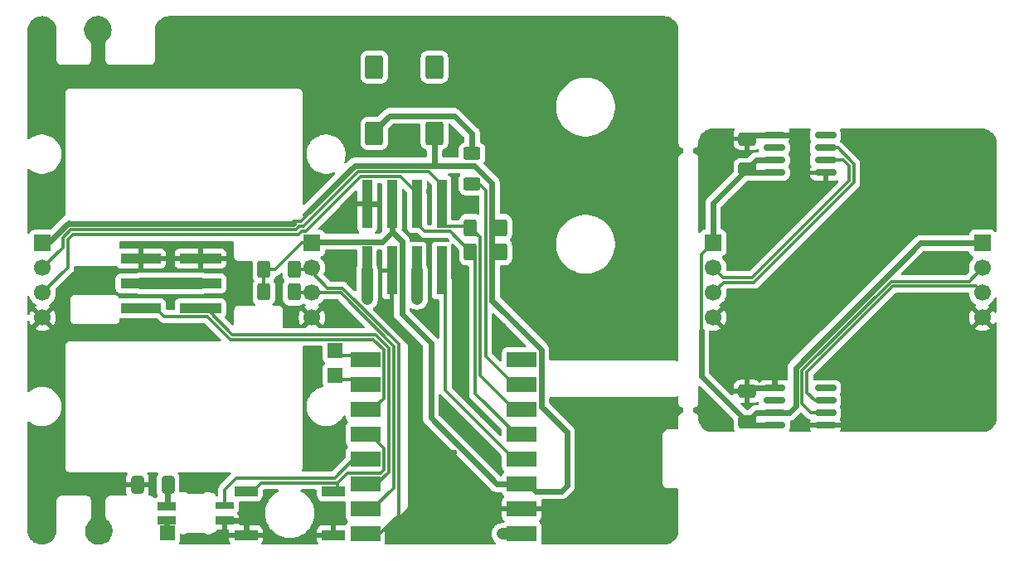
<source format=gbr>
%TF.GenerationSoftware,KiCad,Pcbnew,9.0.4*%
%TF.CreationDate,2025-12-19T12:52:20+01:00*%
%TF.ProjectId,malibotti,6d616c69-626f-4747-9469-2e6b69636164,rev?*%
%TF.SameCoordinates,Original*%
%TF.FileFunction,Copper,L2,Bot*%
%TF.FilePolarity,Positive*%
%FSLAX46Y46*%
G04 Gerber Fmt 4.6, Leading zero omitted, Abs format (unit mm)*
G04 Created by KiCad (PCBNEW 9.0.4) date 2025-12-19 12:52:20*
%MOMM*%
%LPD*%
G01*
G04 APERTURE LIST*
G04 Aperture macros list*
%AMRoundRect*
0 Rectangle with rounded corners*
0 $1 Rounding radius*
0 $2 $3 $4 $5 $6 $7 $8 $9 X,Y pos of 4 corners*
0 Add a 4 corners polygon primitive as box body*
4,1,4,$2,$3,$4,$5,$6,$7,$8,$9,$2,$3,0*
0 Add four circle primitives for the rounded corners*
1,1,$1+$1,$2,$3*
1,1,$1+$1,$4,$5*
1,1,$1+$1,$6,$7*
1,1,$1+$1,$8,$9*
0 Add four rect primitives between the rounded corners*
20,1,$1+$1,$2,$3,$4,$5,0*
20,1,$1+$1,$4,$5,$6,$7,0*
20,1,$1+$1,$6,$7,$8,$9,0*
20,1,$1+$1,$8,$9,$2,$3,0*%
G04 Aperture macros list end*
%TA.AperFunction,ComponentPad*%
%ADD10R,1.700000X1.700000*%
%TD*%
%TA.AperFunction,ComponentPad*%
%ADD11C,1.700000*%
%TD*%
%TA.AperFunction,SMDPad,CuDef*%
%ADD12RoundRect,0.250000X0.650000X-0.950000X0.650000X0.950000X-0.650000X0.950000X-0.650000X-0.950000X0*%
%TD*%
%TA.AperFunction,SMDPad,CuDef*%
%ADD13R,1.008000X4.892000*%
%TD*%
%TA.AperFunction,SMDPad,CuDef*%
%ADD14R,1.000000X4.892000*%
%TD*%
%TA.AperFunction,SMDPad,CuDef*%
%ADD15R,1.500000X1.500000*%
%TD*%
%TA.AperFunction,SMDPad,CuDef*%
%ADD16RoundRect,0.250000X0.650000X-0.412500X0.650000X0.412500X-0.650000X0.412500X-0.650000X-0.412500X0*%
%TD*%
%TA.AperFunction,SMDPad,CuDef*%
%ADD17R,4.130000X1.008000*%
%TD*%
%TA.AperFunction,SMDPad,CuDef*%
%ADD18R,4.257000X1.008000*%
%TD*%
%TA.AperFunction,SMDPad,CuDef*%
%ADD19R,4.130000X1.000000*%
%TD*%
%TA.AperFunction,SMDPad,CuDef*%
%ADD20R,4.257000X1.000000*%
%TD*%
%TA.AperFunction,SMDPad,CuDef*%
%ADD21RoundRect,0.250000X-0.400000X-0.625000X0.400000X-0.625000X0.400000X0.625000X-0.400000X0.625000X0*%
%TD*%
%TA.AperFunction,SMDPad,CuDef*%
%ADD22RoundRect,0.250000X0.400000X0.625000X-0.400000X0.625000X-0.400000X-0.625000X0.400000X-0.625000X0*%
%TD*%
%TA.AperFunction,SMDPad,CuDef*%
%ADD23RoundRect,0.250000X0.412500X0.650000X-0.412500X0.650000X-0.412500X-0.650000X0.412500X-0.650000X0*%
%TD*%
%TA.AperFunction,SMDPad,CuDef*%
%ADD24R,3.025000X1.524000*%
%TD*%
%TA.AperFunction,SMDPad,CuDef*%
%ADD25RoundRect,0.150000X-0.950000X-0.150000X0.950000X-0.150000X0.950000X0.150000X-0.950000X0.150000X0*%
%TD*%
%TA.AperFunction,SMDPad,CuDef*%
%ADD26RoundRect,0.250000X-0.625000X0.400000X-0.625000X-0.400000X0.625000X-0.400000X0.625000X0.400000X0*%
%TD*%
%TA.AperFunction,SMDPad,CuDef*%
%ADD27RoundRect,0.082000X0.868000X-0.328000X0.868000X0.328000X-0.868000X0.328000X-0.868000X-0.328000X0*%
%TD*%
%TA.AperFunction,SMDPad,CuDef*%
%ADD28RoundRect,0.086000X0.864000X-0.344000X0.864000X0.344000X-0.864000X0.344000X-0.864000X-0.344000X0*%
%TD*%
%TA.AperFunction,SMDPad,CuDef*%
%ADD29RoundRect,0.076000X0.874000X-0.304000X0.874000X0.304000X-0.874000X0.304000X-0.874000X-0.304000X0*%
%TD*%
%TA.AperFunction,SMDPad,CuDef*%
%ADD30RoundRect,0.220000X1.005000X0.330000X-1.005000X0.330000X-1.005000X-0.330000X1.005000X-0.330000X0*%
%TD*%
%TA.AperFunction,ViaPad*%
%ADD31C,0.600000*%
%TD*%
%TA.AperFunction,ViaPad*%
%ADD32C,1.200000*%
%TD*%
%TA.AperFunction,Conductor*%
%ADD33C,0.600000*%
%TD*%
%TA.AperFunction,Conductor*%
%ADD34C,1.200000*%
%TD*%
%TA.AperFunction,Conductor*%
%ADD35C,0.300000*%
%TD*%
G04 APERTURE END LIST*
D10*
%TO.P,J6,1,Pin_1*%
%TO.N,+3.3V*%
X129550000Y-96200000D03*
D11*
%TO.P,J6,2,Pin_2*%
%TO.N,SCL1*%
X129550000Y-98740000D03*
%TO.P,J6,3,Pin_3*%
%TO.N,SDA1*%
X129550000Y-101280000D03*
%TO.P,J6,4,Pin_4*%
%TO.N,GND*%
X129550000Y-103820000D03*
%TD*%
D10*
%TO.P,J5,1,Pin_1*%
%TO.N,+3.3V*%
X102050000Y-96200000D03*
D11*
%TO.P,J5,2,Pin_2*%
%TO.N,SCL*%
X102050000Y-98740000D03*
%TO.P,J5,3,Pin_3*%
%TO.N,SDA*%
X102050000Y-101280000D03*
%TO.P,J5,4,Pin_4*%
%TO.N,GND*%
X102050000Y-103820000D03*
%TD*%
D12*
%TO.P,BZ1,*%
%TO.N,*%
X135925000Y-78225000D03*
X142075000Y-78225000D03*
%TO.P,BZ1,N,-*%
%TO.N,Net-(BZ1--)*%
X135925000Y-84975000D03*
%TO.P,BZ1,P,+*%
%TO.N,+3.3V*%
X142075000Y-84975000D03*
%TD*%
D13*
%TO.P,J2,1,Pin_1*%
%TO.N,SRV3*%
X142806000Y-98996000D03*
%TO.P,J2,2,Pin_2*%
%TO.N,SCL*%
X142806000Y-92204000D03*
D14*
%TO.P,J2,3,Pin_3*%
%TO.N,+5V*%
X140270000Y-98996000D03*
D13*
%TO.P,J2,4,Pin_4*%
%TO.N,SDA*%
X140274000Y-92204000D03*
%TO.P,J2,5,Pin_5*%
%TO.N,GND*%
X137726000Y-98996000D03*
%TO.P,J2,6,Pin_6*%
%TO.N,+3.3V*%
X137734000Y-92204000D03*
%TO.P,J2,7,Pin_7*%
%TO.N,+5V*%
X135186000Y-98996000D03*
%TO.P,J2,8,Pin_8*%
%TO.N,GND*%
X135194000Y-92204000D03*
%TD*%
D10*
%TO.P,J3,1,Pin_1*%
%TO.N,+3.3VP*%
X170525000Y-96180000D03*
D11*
%TO.P,J3,2,Pin_2*%
%TO.N,Net-(J3-Pin_2)*%
X170525000Y-98720000D03*
%TO.P,J3,3,Pin_3*%
%TO.N,Net-(J3-Pin_3)*%
X170525000Y-101260000D03*
%TO.P,J3,4,Pin_4*%
%TO.N,GND1*%
X170525000Y-103800000D03*
%TD*%
D15*
%TO.P,J8,1,Pin_1*%
%TO.N,/TX*%
X131900000Y-107200000D03*
%TD*%
D16*
%TO.P,C1,1*%
%TO.N,+3.3VP*%
X174000000Y-114462500D03*
%TO.P,C1,2*%
%TO.N,GND1*%
X174000000Y-111337500D03*
%TD*%
D17*
%TO.P,J1,1,Pin_1*%
%TO.N,SRV1*%
X112085000Y-102836000D03*
D18*
%TO.P,J1,2,Pin_2*%
%TO.N,SRV2*%
X118178500Y-102836000D03*
D19*
%TO.P,J1,3,Pin_3*%
%TO.N,+5V*%
X112085000Y-100300000D03*
D18*
%TO.P,J1,4,Pin_4*%
X118178500Y-100296000D03*
D19*
%TO.P,J1,5,Pin_5*%
%TO.N,GND*%
X112085000Y-97760000D03*
D20*
%TO.P,J1,6,Pin_6*%
X118178500Y-97760000D03*
%TD*%
D10*
%TO.P,J4,1,Pin_1*%
%TO.N,+3.3VP*%
X198025000Y-96180000D03*
D11*
%TO.P,J4,2,Pin_2*%
%TO.N,Net-(J4-Pin_2)*%
X198025000Y-98720000D03*
%TO.P,J4,3,Pin_3*%
%TO.N,Net-(J4-Pin_3)*%
X198025000Y-101260000D03*
%TO.P,J4,4,Pin_4*%
%TO.N,GND1*%
X198025000Y-103800000D03*
%TD*%
D21*
%TO.P,R3,1*%
%TO.N,SCL*%
X145750000Y-94600000D03*
%TO.P,R3,2*%
%TO.N,+3.3V*%
X148850000Y-94600000D03*
%TD*%
D22*
%TO.P,R5,1*%
%TO.N,SCL1*%
X127750000Y-98900000D03*
%TO.P,R5,2*%
%TO.N,+3.3V*%
X124650000Y-98900000D03*
%TD*%
%TO.P,R6,1*%
%TO.N,SDA1*%
X127750000Y-101200000D03*
%TO.P,R6,2*%
%TO.N,+3.3V*%
X124650000Y-101200000D03*
%TD*%
D15*
%TO.P,J7,1,Pin_1*%
%TO.N,Net-(D21-DOUT)*%
X114800000Y-125800000D03*
%TD*%
D23*
%TO.P,C3,1*%
%TO.N,+5V*%
X114862500Y-120900000D03*
%TO.P,C3,2*%
%TO.N,GND*%
X111737500Y-120900000D03*
%TD*%
D24*
%TO.P,U1,0,GPIO0*%
%TO.N,unconnected-(U1-GPIO0-Pad0)*%
X150985000Y-108120000D03*
%TO.P,U1,1,GPIO1*%
%TO.N,BUZZER*%
X150985000Y-110660000D03*
%TO.P,U1,2,GPIO2*%
%TO.N,SCL*%
X150985000Y-113200000D03*
%TO.P,U1,3,GPIO3*%
%TO.N,SDA*%
X150985000Y-115740000D03*
%TO.P,U1,3.3,3V3*%
%TO.N,+3.3V*%
X150985000Y-120820000D03*
%TO.P,U1,4,GPIO4*%
%TO.N,SRV3*%
X150985000Y-118280000D03*
%TO.P,U1,5,GPIO5*%
%TO.N,SCL1*%
X135015000Y-125900000D03*
%TO.P,U1,5V,5V*%
%TO.N,+5V*%
X150985000Y-125900000D03*
%TO.P,U1,6,GPIO6*%
%TO.N,SDA1*%
X135015000Y-123360000D03*
%TO.P,U1,7,GPIO7*%
%TO.N,SRV2*%
X135015000Y-120820000D03*
%TO.P,U1,8,GPIO8*%
%TO.N,RGB_LED*%
X135015000Y-118280000D03*
%TO.P,U1,9,GPIO9*%
%TO.N,Net-(U1-GPIO9)*%
X135015000Y-115740000D03*
%TO.P,U1,10,GPIO10*%
%TO.N,SRV1*%
X135015000Y-113200000D03*
%TO.P,U1,20,GPIO20*%
%TO.N,/RX*%
X135015000Y-110660000D03*
%TO.P,U1,21,GPIO21*%
%TO.N,/TX*%
X135015000Y-108120000D03*
%TO.P,U1,G,GND*%
%TO.N,GND*%
X150985000Y-123360000D03*
%TD*%
D15*
%TO.P,J9,1,Pin_1*%
%TO.N,/RX*%
X131900000Y-109723250D03*
%TD*%
D25*
%TO.P,U3,1,VDD5V*%
%TO.N,+3.3VP*%
X176800000Y-114805000D03*
%TO.P,U3,2,VDD3V*%
X176800000Y-113535000D03*
%TO.P,U3,3,OUT*%
%TO.N,unconnected-(U3-OUT-Pad3)*%
X176800000Y-112265000D03*
%TO.P,U3,4,GND*%
%TO.N,GND1*%
X176800000Y-110995000D03*
%TO.P,U3,5,PGO*%
%TO.N,unconnected-(U3-PGO-Pad5)*%
X182000000Y-110995000D03*
%TO.P,U3,6,SDA*%
%TO.N,Net-(J4-Pin_3)*%
X182000000Y-112265000D03*
%TO.P,U3,7,SCL*%
%TO.N,Net-(J4-Pin_2)*%
X182000000Y-113535000D03*
%TO.P,U3,8,DIR*%
%TO.N,GND1*%
X182000000Y-114805000D03*
%TD*%
D16*
%TO.P,C2,1*%
%TO.N,+3.3VP*%
X174000000Y-88662500D03*
%TO.P,C2,2*%
%TO.N,GND1*%
X174000000Y-85537500D03*
%TD*%
D21*
%TO.P,R4,1*%
%TO.N,SDA*%
X145750000Y-97100000D03*
%TO.P,R4,2*%
%TO.N,+3.3V*%
X148850000Y-97100000D03*
%TD*%
D26*
%TO.P,R2,1*%
%TO.N,Net-(BZ1--)*%
X145900000Y-87050000D03*
%TO.P,R2,2*%
%TO.N,BUZZER*%
X145900000Y-90150000D03*
%TD*%
D25*
%TO.P,U2,1,VDD5V*%
%TO.N,+3.3VP*%
X176800000Y-89005000D03*
%TO.P,U2,2,VDD3V*%
X176800000Y-87735000D03*
%TO.P,U2,3,OUT*%
%TO.N,unconnected-(U2-OUT-Pad3)*%
X176800000Y-86465000D03*
%TO.P,U2,4,GND*%
%TO.N,GND1*%
X176800000Y-85195000D03*
%TO.P,U2,5,PGO*%
%TO.N,unconnected-(U2-PGO-Pad5)*%
X182000000Y-85195000D03*
%TO.P,U2,6,SDA*%
%TO.N,Net-(J3-Pin_3)*%
X182000000Y-86465000D03*
%TO.P,U2,7,SCL*%
%TO.N,Net-(J3-Pin_2)*%
X182000000Y-87735000D03*
%TO.P,U2,8,DIR*%
%TO.N,GND1*%
X182000000Y-89005000D03*
%TD*%
D27*
%TO.P,D21,1,VDD*%
%TO.N,+5V*%
X114750000Y-123050000D03*
D28*
%TO.P,D21,2,DOUT*%
%TO.N,Net-(D21-DOUT)*%
X114750000Y-124530000D03*
D27*
%TO.P,D21,3,GND*%
%TO.N,GND*%
X120650000Y-124550000D03*
D29*
%TO.P,D21,4,DIN*%
%TO.N,RGB_LED*%
X120650000Y-123020000D03*
%TD*%
D30*
%TO.P,SW8,1,1*%
%TO.N,Net-(U1-GPIO9)*%
X131775000Y-121550000D03*
X122825000Y-121550000D03*
%TO.P,SW8,2,2*%
%TO.N,GND*%
X131775000Y-126050000D03*
X122825000Y-126050000D03*
%TD*%
D31*
%TO.N,GND*%
X115200000Y-78700000D03*
X131700000Y-104000000D03*
X122700000Y-123100000D03*
X131600000Y-78000000D03*
X114700000Y-73800000D03*
X145000000Y-99800000D03*
X129200000Y-89600000D03*
X164700000Y-83000000D03*
X130900000Y-82800000D03*
X164800000Y-96200000D03*
X152600000Y-79000000D03*
X144400000Y-92700000D03*
X162700000Y-75800000D03*
X149100000Y-106400000D03*
X149100000Y-104600000D03*
X145200000Y-115400000D03*
X158200000Y-106800000D03*
X131600000Y-123800000D03*
X131800000Y-116700000D03*
X104300000Y-105400000D03*
X145000000Y-106800000D03*
X142700000Y-75000000D03*
X120500000Y-78100000D03*
X141900000Y-124400000D03*
X113900000Y-105700000D03*
X123800000Y-123900000D03*
X161200000Y-114400000D03*
X139400000Y-81500000D03*
X144200000Y-90000000D03*
X103200000Y-123400000D03*
X150100000Y-102200000D03*
X102200000Y-91900000D03*
X117000000Y-105600000D03*
X103000000Y-74600000D03*
X165400000Y-101000000D03*
X115100000Y-102200000D03*
X160800000Y-90900000D03*
X141400000Y-120600000D03*
X143800000Y-86800000D03*
X129900000Y-116000000D03*
X122300000Y-100200000D03*
X137200000Y-74800000D03*
X115100000Y-96800000D03*
X117700000Y-120900000D03*
X164400000Y-123900000D03*
X121700000Y-73900000D03*
X140400000Y-118200000D03*
X106000000Y-99400000D03*
X108000000Y-100500000D03*
X145200000Y-110000000D03*
X131400000Y-97400000D03*
X145100000Y-105000000D03*
X147000000Y-113800000D03*
X155500000Y-126100000D03*
X103000000Y-117600000D03*
X102600000Y-81100000D03*
X144100000Y-117600000D03*
X147500000Y-117700000D03*
X140600000Y-115900000D03*
X138700000Y-86200000D03*
X144100000Y-125400000D03*
X133300000Y-94500000D03*
X151200000Y-92500000D03*
X141500000Y-90900000D03*
X102200000Y-108300000D03*
X147700000Y-122400000D03*
X141500000Y-96000000D03*
X122500000Y-124600000D03*
X156000000Y-100700000D03*
X150700000Y-100200000D03*
X131400000Y-99000000D03*
X133400000Y-92100000D03*
X120200000Y-120100000D03*
X149100000Y-91600000D03*
D32*
%TO.N,+5V*%
X140300000Y-101900000D03*
X135200000Y-101900000D03*
X115200000Y-100300000D03*
D31*
X114800000Y-122300000D03*
D32*
X149000000Y-125900000D03*
D31*
%TO.N,GND1*%
X197100000Y-112300000D03*
X181600000Y-101000000D03*
X184100000Y-93400000D03*
X187200000Y-87100000D03*
X197200000Y-92900000D03*
X174100000Y-103400000D03*
X192600000Y-98600000D03*
X193900000Y-105600000D03*
X188100000Y-105800000D03*
X194100000Y-86300000D03*
X170800000Y-108100000D03*
X179200000Y-85700000D03*
X176900000Y-109100000D03*
X172300000Y-91900000D03*
X188400000Y-109500000D03*
X195700000Y-97600000D03*
X170200000Y-113700000D03*
X193800000Y-110300000D03*
X175200000Y-94900000D03*
X183900000Y-109500000D03*
X186700000Y-112800000D03*
X192500000Y-114700000D03*
%TD*%
D33*
%TO.N,GND*%
X122450000Y-124550000D02*
X122500000Y-124600000D01*
X120650000Y-124550000D02*
X122450000Y-124550000D01*
X136400000Y-92200000D02*
X136396000Y-92204000D01*
X122825000Y-124925000D02*
X122500000Y-124600000D01*
X122825000Y-126050000D02*
X122825000Y-124925000D01*
X135194000Y-92204000D02*
X136396000Y-92204000D01*
D34*
%TO.N,+5V*%
X150985000Y-125900000D02*
X149000000Y-125900000D01*
D33*
X114800000Y-122300000D02*
X114800000Y-120962500D01*
D34*
X135200000Y-101900000D02*
X135200000Y-99010000D01*
D33*
X114800000Y-120962500D02*
X114862500Y-120900000D01*
D34*
X140300000Y-99026000D02*
X140270000Y-98996000D01*
X140300000Y-101900000D02*
X140300000Y-99026000D01*
X135200000Y-99010000D02*
X135186000Y-98996000D01*
X115200000Y-100300000D02*
X118174500Y-100300000D01*
D33*
X114800000Y-123000000D02*
X114750000Y-123050000D01*
X114800000Y-122300000D02*
X114800000Y-123000000D01*
D34*
X115200000Y-100300000D02*
X112085000Y-100300000D01*
X118174500Y-100300000D02*
X118178500Y-100296000D01*
D35*
%TO.N,SRV1*%
X136878500Y-107104060D02*
X136878500Y-112087000D01*
X112085000Y-102836000D02*
X113636000Y-102836000D01*
X114491000Y-103691000D02*
X118891000Y-103691000D01*
X118891000Y-103691000D02*
X121248999Y-106049000D01*
X135823440Y-106049000D02*
X136878500Y-107104060D01*
X135765500Y-113200000D02*
X135015000Y-113200000D01*
X113636000Y-102836000D02*
X114491000Y-103691000D01*
X121248999Y-106049000D02*
X135823440Y-106049000D01*
X136878500Y-112087000D02*
X135765500Y-113200000D01*
%TO.N,SRV2*%
X118790000Y-103190000D02*
X119098520Y-103190000D01*
X136160021Y-120820000D02*
X135015000Y-120820000D01*
X119098520Y-103190000D02*
X121456520Y-105548000D01*
X118436000Y-102836000D02*
X118790000Y-103190000D01*
X121456520Y-105548000D02*
X136030960Y-105548000D01*
X118178500Y-102836000D02*
X118436000Y-102836000D01*
X136030960Y-105548000D02*
X137400000Y-106917040D01*
X137400000Y-106917040D02*
X137400000Y-119580021D01*
X137400000Y-119580021D02*
X136160021Y-120820000D01*
%TO.N,SRV3*%
X150985000Y-118280000D02*
X150234500Y-118280000D01*
X143200000Y-100090000D02*
X142806000Y-99696000D01*
X150234500Y-118280000D02*
X143200000Y-111245500D01*
X143200000Y-111245500D02*
X143200000Y-100090000D01*
D33*
%TO.N,+3.3V*%
X142075000Y-88230000D02*
X142075000Y-84975000D01*
X104845174Y-94197000D02*
X127673826Y-94197000D01*
X151669000Y-120820000D02*
X152400000Y-121551000D01*
X148452786Y-120820000D02*
X150985000Y-120820000D01*
X146155000Y-88255000D02*
X142100000Y-88255000D01*
X152400000Y-121551000D02*
X155031785Y-121551000D01*
D35*
X124650000Y-98900000D02*
X125820653Y-98900000D01*
D33*
X140600000Y-88255000D02*
X133915827Y-88255000D01*
X147951000Y-90051000D02*
X146155000Y-88255000D01*
D35*
X124650000Y-101200000D02*
X124650000Y-98900000D01*
D33*
X137734000Y-92204000D02*
X137734000Y-95034000D01*
X133915827Y-88255000D02*
X128901000Y-93269826D01*
X129701000Y-96049000D02*
X129550000Y-96200000D01*
X155031785Y-121551000D02*
X155600000Y-120982785D01*
X147951000Y-102051000D02*
X147951000Y-97100000D01*
D35*
X128520653Y-96200000D02*
X129550000Y-96200000D01*
D33*
X149150000Y-103250000D02*
X147951000Y-102051000D01*
X141700000Y-114067214D02*
X148452786Y-120820000D01*
X142100000Y-88255000D02*
X142075000Y-88230000D01*
X102050000Y-96200000D02*
X102650174Y-96200000D01*
X152998500Y-107098500D02*
X149150000Y-103250000D01*
D35*
X128403000Y-93997000D02*
X127700000Y-93997000D01*
D33*
X137734000Y-95066000D02*
X136751000Y-96049000D01*
X137734000Y-95034000D02*
X138731000Y-96031000D01*
D35*
X125820653Y-98900000D02*
X128520653Y-96200000D01*
D33*
X150985000Y-120820000D02*
X151669000Y-120820000D01*
X138731000Y-96031000D02*
X138731000Y-103431000D01*
X104749174Y-94101000D02*
X104845174Y-94197000D01*
X142100000Y-88255000D02*
X140600000Y-88255000D01*
D35*
X128901000Y-93269826D02*
X128901000Y-93499000D01*
D33*
X147951000Y-97100000D02*
X147951000Y-94600000D01*
X155600000Y-120982785D02*
X155600000Y-115500000D01*
X137734000Y-92204000D02*
X137734000Y-95066000D01*
X136751000Y-96049000D02*
X129701000Y-96049000D01*
X147951000Y-94600000D02*
X147951000Y-90051000D01*
X148850000Y-97100000D02*
X147951000Y-97100000D01*
X141700000Y-106400000D02*
X141700000Y-114067214D01*
X152998500Y-112898500D02*
X152998500Y-107098500D01*
X148850000Y-94600000D02*
X147951000Y-94600000D01*
X155600000Y-115500000D02*
X152998500Y-112898500D01*
X138731000Y-103431000D02*
X141700000Y-106400000D01*
D35*
X128901000Y-93499000D02*
X128403000Y-93997000D01*
D33*
X102650174Y-96200000D02*
X104749174Y-94101000D01*
%TO.N,Net-(BZ1--)*%
X137500000Y-83200000D02*
X135925000Y-84775000D01*
X145900000Y-87050000D02*
X145900000Y-85000000D01*
X145900000Y-85000000D02*
X144100000Y-83200000D01*
X135925000Y-84775000D02*
X135925000Y-84975000D01*
X144100000Y-83200000D02*
X137500000Y-83200000D01*
%TO.N,GND1*%
X176800000Y-109200000D02*
X176900000Y-109100000D01*
X176800000Y-110995000D02*
X176800000Y-109200000D01*
X178695000Y-85195000D02*
X179200000Y-85700000D01*
X174342500Y-85195000D02*
X174000000Y-85537500D01*
X174342500Y-110995000D02*
X174000000Y-111337500D01*
X176800000Y-85195000D02*
X178695000Y-85195000D01*
X176800000Y-110995000D02*
X174342500Y-110995000D01*
X176800000Y-85195000D02*
X174342500Y-85195000D01*
D35*
%TO.N,SDA*%
X128501000Y-94999000D02*
X128151000Y-95349000D01*
X143651000Y-95001000D02*
X141101000Y-95001000D01*
X150419346Y-115740000D02*
X146250000Y-111570654D01*
X105130347Y-95349000D02*
X104630000Y-95849347D01*
X128151000Y-95349000D02*
X105130347Y-95349000D01*
X146250000Y-97600000D02*
X145750000Y-97100000D01*
X104630000Y-98700000D02*
X102050000Y-101280000D01*
X134516000Y-89407000D02*
X128924000Y-94999000D01*
X146250000Y-111570654D02*
X146250000Y-97600000D01*
X150985000Y-115740000D02*
X150419346Y-115740000D01*
X140274000Y-92204000D02*
X140274000Y-91092000D01*
X138589000Y-89407000D02*
X134516000Y-89407000D01*
X104630000Y-95849347D02*
X104630000Y-98700000D01*
X141101000Y-95001000D02*
X140274000Y-94174000D01*
X128924000Y-94999000D02*
X128501000Y-94999000D01*
X140274000Y-91092000D02*
X138589000Y-89407000D01*
X145750000Y-97100000D02*
X143651000Y-95001000D01*
X140274000Y-94174000D02*
X140274000Y-92204000D01*
%TO.N,SCL*%
X104129000Y-96661000D02*
X102050000Y-98740000D01*
X145400000Y-94500000D02*
X142806000Y-94500000D01*
X145500000Y-94600000D02*
X145400000Y-94500000D01*
X145750000Y-94600000D02*
X145500000Y-94600000D01*
X134308479Y-88906000D02*
X128716479Y-94498000D01*
X146751000Y-95601000D02*
X145750000Y-94600000D01*
X146751000Y-109751000D02*
X146751000Y-95601000D01*
X141450000Y-88906000D02*
X134308479Y-88906000D01*
X104922826Y-94848000D02*
X104129000Y-95641827D01*
X142806000Y-90262000D02*
X141450000Y-88906000D01*
X128716479Y-94498000D02*
X128293479Y-94498000D01*
X104129000Y-95641827D02*
X104129000Y-96661000D01*
X150200000Y-113200000D02*
X146751000Y-109751000D01*
X142806000Y-92204000D02*
X142806000Y-90262000D01*
X142806000Y-94500000D02*
X142806000Y-92204000D01*
X127943480Y-94848000D02*
X104922826Y-94848000D01*
X128293479Y-94498000D02*
X127943480Y-94848000D01*
X150985000Y-113200000D02*
X150200000Y-113200000D01*
D33*
%TO.N,+3.3VP*%
X191699346Y-96180000D02*
X198025000Y-96180000D01*
D35*
X169324000Y-97381000D02*
X170525000Y-96180000D01*
X169324000Y-109786500D02*
X169324000Y-97381000D01*
D33*
X174000000Y-88662500D02*
X170525000Y-92137500D01*
X174342500Y-89005000D02*
X174000000Y-88662500D01*
X169301000Y-105100000D02*
X169301000Y-105101000D01*
X176800000Y-114805000D02*
X174342500Y-114805000D01*
X174927500Y-87735000D02*
X174000000Y-88662500D01*
X169301000Y-109763500D02*
X169301000Y-105100000D01*
D35*
X174000000Y-114462500D02*
X171918750Y-112381250D01*
D33*
X176800000Y-87735000D02*
X174927500Y-87735000D01*
X174927500Y-113535000D02*
X174000000Y-114462500D01*
D35*
X171918750Y-112381250D02*
X169324000Y-109786500D01*
D33*
X174000000Y-114462500D02*
X169301000Y-109763500D01*
X176800000Y-113535000D02*
X178283653Y-113535000D01*
X176800000Y-113535000D02*
X174927500Y-113535000D01*
X178283653Y-113535000D02*
X178949000Y-112869653D01*
X178949000Y-108930346D02*
X191699346Y-96180000D01*
X176800000Y-89005000D02*
X174342500Y-89005000D01*
X174342500Y-114805000D02*
X174000000Y-114462500D01*
X178949000Y-112869653D02*
X178949000Y-108930346D01*
X170525000Y-96180000D02*
X170525000Y-92137500D01*
D35*
%TO.N,BUZZER*%
X147300000Y-90800000D02*
X146650000Y-90150000D01*
X150985000Y-110660000D02*
X150234500Y-110660000D01*
X146650000Y-90150000D02*
X145900000Y-90150000D01*
X147300000Y-107725500D02*
X147300000Y-90800000D01*
X150234500Y-110660000D02*
X147300000Y-107725500D01*
%TO.N,Net-(J3-Pin_3)*%
X183273521Y-86465000D02*
X182000000Y-86465000D01*
X184700000Y-87891480D02*
X183273521Y-86465000D01*
X174699001Y-100201000D02*
X184901000Y-89999000D01*
X171584000Y-100201000D02*
X174699001Y-100201000D01*
X184901000Y-88092479D02*
X184700000Y-87891480D01*
X184901000Y-89999000D02*
X184901000Y-88092479D01*
X170525000Y-101260000D02*
X171584000Y-100201000D01*
%TO.N,Net-(J3-Pin_2)*%
X171505000Y-99700000D02*
X174491480Y-99700000D01*
X184400000Y-89791480D02*
X184400000Y-88300000D01*
X183835000Y-87735000D02*
X182000000Y-87735000D01*
X184400000Y-88300000D02*
X183835000Y-87735000D01*
X170525000Y-98720000D02*
X171505000Y-99700000D01*
X174491480Y-99700000D02*
X184400000Y-89791480D01*
%TO.N,Net-(J4-Pin_2)*%
X196645000Y-100100000D02*
X188700000Y-100100000D01*
X198025000Y-98720000D02*
X196645000Y-100100000D01*
X188700000Y-100100000D02*
X179600000Y-109200000D01*
X179600000Y-109200000D02*
X179600000Y-112600000D01*
X180535000Y-113535000D02*
X182000000Y-113535000D01*
X179600000Y-112600000D02*
X180535000Y-113535000D01*
%TO.N,Net-(J4-Pin_3)*%
X180101000Y-111465999D02*
X180900001Y-112265000D01*
X180101000Y-109407520D02*
X180101000Y-111465999D01*
X188908520Y-100600000D02*
X180101000Y-109407520D01*
X198025000Y-101260000D02*
X197365000Y-100600000D01*
X180900001Y-112265000D02*
X182000000Y-112265000D01*
X197365000Y-100600000D02*
X188908520Y-100600000D01*
%TO.N,SCL1*%
X138401999Y-123998001D02*
X136500000Y-125900000D01*
X129550000Y-99150000D02*
X131179000Y-100779000D01*
X129550000Y-98740000D02*
X129550000Y-99150000D01*
X131179000Y-100779000D02*
X132679001Y-100779000D01*
X127750000Y-98900000D02*
X129390000Y-98900000D01*
X129390000Y-98900000D02*
X129550000Y-98740000D01*
X136500000Y-125900000D02*
X135015000Y-125900000D01*
X132679001Y-100779000D02*
X138402000Y-106502000D01*
X138402000Y-106502000D02*
X138401999Y-123998001D01*
%TO.N,SDA1*%
X132471480Y-101280000D02*
X137901000Y-106709520D01*
X127830000Y-101280000D02*
X127750000Y-101200000D01*
X129550000Y-101280000D02*
X127830000Y-101280000D01*
X129550000Y-101280000D02*
X132471480Y-101280000D01*
X135765500Y-123360000D02*
X135015000Y-123360000D01*
X137901000Y-106709520D02*
X137901000Y-121224500D01*
X137901000Y-121224500D02*
X135765500Y-123360000D01*
%TO.N,RGB_LED*%
X124192479Y-120199000D02*
X124191480Y-120200000D01*
X120650000Y-121370654D02*
X120650000Y-123020000D01*
X121820654Y-120200000D02*
X120650000Y-121370654D01*
X135015000Y-118280000D02*
X135765500Y-118280000D01*
X135015000Y-118280000D02*
X133820000Y-118280000D01*
X124191480Y-120200000D02*
X121820654Y-120200000D01*
X131901000Y-120199000D02*
X124192479Y-120199000D01*
X135015000Y-118280000D02*
X134119000Y-118280000D01*
X133820000Y-118280000D02*
X131901000Y-120199000D01*
%TO.N,Net-(U1-GPIO9)*%
X123550000Y-121550000D02*
X124400000Y-120700000D01*
X136878500Y-119393000D02*
X136878500Y-117167000D01*
X129700000Y-120700000D02*
X132158500Y-120700000D01*
X124400000Y-120700000D02*
X127500000Y-120700000D01*
X133151500Y-119707000D02*
X136564500Y-119707000D01*
X123450000Y-121550000D02*
X123550000Y-121550000D01*
X132158500Y-120700000D02*
X132158500Y-121166500D01*
X132158500Y-120700000D02*
X132929250Y-119929250D01*
X135451500Y-115740000D02*
X135015000Y-115740000D01*
X127500000Y-120700000D02*
X129700000Y-120700000D01*
X136878500Y-117167000D02*
X135451500Y-115740000D01*
X129700000Y-120700000D02*
X131100000Y-120700000D01*
X132158500Y-121166500D02*
X131775000Y-121550000D01*
X136564500Y-119707000D02*
X136878500Y-119393000D01*
X132929250Y-119929250D02*
X133151500Y-119707000D01*
%TO.N,/RX*%
X135015000Y-110660000D02*
X134360000Y-110660000D01*
X133800000Y-110100000D02*
X132276750Y-110100000D01*
X132276750Y-110100000D02*
X131900000Y-109723250D01*
X134360000Y-110660000D02*
X133800000Y-110100000D01*
%TO.N,/TX*%
X134595000Y-107700000D02*
X135015000Y-108120000D01*
X132500000Y-107700000D02*
X134595000Y-107700000D01*
X131900000Y-107200000D02*
X132000000Y-107200000D01*
X132000000Y-107200000D02*
X132500000Y-107700000D01*
D33*
%TO.N,Net-(D21-DOUT)*%
X114750000Y-124530000D02*
X114750000Y-125750000D01*
X114750000Y-125750000D02*
X114800000Y-125800000D01*
%TD*%
%TA.AperFunction,Conductor*%
%TO.N,GND*%
G36*
X121542539Y-96019185D02*
G01*
X121588294Y-96071989D01*
X121599500Y-96123500D01*
X121599500Y-97565892D01*
X121612835Y-97615658D01*
X121633608Y-97693187D01*
X121655120Y-97730446D01*
X121699500Y-97807314D01*
X121792686Y-97900500D01*
X121906814Y-97966392D01*
X122034108Y-98000500D01*
X122165892Y-98000500D01*
X123385121Y-98000500D01*
X123452160Y-98020185D01*
X123497915Y-98072989D01*
X123508479Y-98137103D01*
X123499500Y-98224983D01*
X123499500Y-99575001D01*
X123499501Y-99575018D01*
X123510000Y-99677796D01*
X123510001Y-99677799D01*
X123565185Y-99844331D01*
X123565189Y-99844340D01*
X123651889Y-99984904D01*
X123670329Y-100052296D01*
X123651889Y-100115096D01*
X123565189Y-100255659D01*
X123565186Y-100255666D01*
X123510001Y-100422203D01*
X123510001Y-100422204D01*
X123510000Y-100422204D01*
X123499500Y-100524983D01*
X123499500Y-101875001D01*
X123499501Y-101875018D01*
X123510000Y-101977796D01*
X123510001Y-101977799D01*
X123565185Y-102144331D01*
X123565187Y-102144336D01*
X123600069Y-102200888D01*
X123651415Y-102284135D01*
X123657289Y-102293657D01*
X123751451Y-102387819D01*
X123784936Y-102449142D01*
X123779952Y-102518834D01*
X123738080Y-102574767D01*
X123672616Y-102599184D01*
X123663770Y-102599500D01*
X122034108Y-102599500D01*
X121906812Y-102633608D01*
X121792686Y-102699500D01*
X121792683Y-102699502D01*
X121699502Y-102792683D01*
X121699500Y-102792686D01*
X121633608Y-102906812D01*
X121599500Y-103034108D01*
X121599500Y-104471672D01*
X121579815Y-104538711D01*
X121527011Y-104584466D01*
X121457853Y-104594410D01*
X121394297Y-104565385D01*
X121387819Y-104559353D01*
X120681214Y-103852748D01*
X120647729Y-103791425D01*
X120652713Y-103721733D01*
X120669626Y-103690758D01*
X120750796Y-103582331D01*
X120801091Y-103447483D01*
X120807500Y-103387873D01*
X120807499Y-102284128D01*
X120801091Y-102224517D01*
X120776170Y-102157701D01*
X120750797Y-102089671D01*
X120750793Y-102089664D01*
X120664547Y-101974455D01*
X120664544Y-101974452D01*
X120549335Y-101888206D01*
X120549328Y-101888202D01*
X120414482Y-101837908D01*
X120414483Y-101837908D01*
X120354883Y-101831501D01*
X120354881Y-101831500D01*
X120354873Y-101831500D01*
X120354864Y-101831500D01*
X116002129Y-101831500D01*
X116002123Y-101831501D01*
X115942516Y-101837908D01*
X115807671Y-101888202D01*
X115807664Y-101888206D01*
X115692455Y-101974452D01*
X115692452Y-101974455D01*
X115606206Y-102089664D01*
X115606202Y-102089671D01*
X115555910Y-102224513D01*
X115555909Y-102224517D01*
X115549500Y-102284127D01*
X115549500Y-102660763D01*
X115549501Y-102916500D01*
X115529817Y-102983539D01*
X115477013Y-103029294D01*
X115425501Y-103040500D01*
X114811808Y-103040500D01*
X114782367Y-103031855D01*
X114752381Y-103025332D01*
X114747365Y-103021577D01*
X114744769Y-103020815D01*
X114724127Y-103004181D01*
X114686818Y-102966872D01*
X114653333Y-102905549D01*
X114650499Y-102879191D01*
X114650499Y-102284129D01*
X114650498Y-102284123D01*
X114644091Y-102224516D01*
X114593797Y-102089671D01*
X114593793Y-102089664D01*
X114507547Y-101974455D01*
X114507544Y-101974452D01*
X114392335Y-101888206D01*
X114392328Y-101888202D01*
X114257482Y-101837908D01*
X114257483Y-101837908D01*
X114197883Y-101831501D01*
X114197881Y-101831500D01*
X114197873Y-101831500D01*
X114197864Y-101831500D01*
X109972129Y-101831500D01*
X109972113Y-101831501D01*
X109966259Y-101832131D01*
X109897500Y-101819722D01*
X109846365Y-101772109D01*
X109845623Y-101770841D01*
X109815936Y-101719422D01*
X109800500Y-101692686D01*
X109707314Y-101599500D01*
X109624259Y-101551548D01*
X109593187Y-101533608D01*
X109529539Y-101516554D01*
X109465892Y-101499500D01*
X105465892Y-101499500D01*
X105334108Y-101499500D01*
X105206812Y-101533608D01*
X105092686Y-101599500D01*
X105092683Y-101599502D01*
X104999502Y-101692683D01*
X104999500Y-101692686D01*
X104933608Y-101806812D01*
X104912563Y-101885354D01*
X104899500Y-101934108D01*
X104899500Y-104065892D01*
X104908505Y-104099500D01*
X104933608Y-104193187D01*
X104949146Y-104220099D01*
X104999500Y-104307314D01*
X105092686Y-104400500D01*
X105206814Y-104466392D01*
X105334108Y-104500500D01*
X105334110Y-104500500D01*
X109465890Y-104500500D01*
X109465892Y-104500500D01*
X109593186Y-104466392D01*
X109707314Y-104400500D01*
X109800500Y-104307314D01*
X109866392Y-104193186D01*
X109900500Y-104065892D01*
X109900500Y-103964499D01*
X109920185Y-103897460D01*
X109972989Y-103851705D01*
X110024495Y-103840499D01*
X113669190Y-103840499D01*
X113736229Y-103860184D01*
X113756871Y-103876818D01*
X114076325Y-104196272D01*
X114076332Y-104196278D01*
X114182863Y-104267459D01*
X114182867Y-104267461D01*
X114182874Y-104267466D01*
X114243762Y-104292686D01*
X114301256Y-104316501D01*
X114301260Y-104316501D01*
X114301261Y-104316502D01*
X114426928Y-104341500D01*
X114426931Y-104341500D01*
X118570192Y-104341500D01*
X118637231Y-104361185D01*
X118657873Y-104377819D01*
X120267873Y-105987819D01*
X120301358Y-106049142D01*
X120296374Y-106118834D01*
X120254502Y-106174767D01*
X120189038Y-106199184D01*
X120180192Y-106199500D01*
X104834108Y-106199500D01*
X104706812Y-106233608D01*
X104592686Y-106299500D01*
X104592683Y-106299502D01*
X104499502Y-106392683D01*
X104499500Y-106392686D01*
X104433608Y-106506812D01*
X104399500Y-106634108D01*
X104399500Y-119165891D01*
X104433608Y-119293187D01*
X104466554Y-119350250D01*
X104499500Y-119407314D01*
X104592686Y-119500500D01*
X104706814Y-119566392D01*
X104834108Y-119600500D01*
X104965892Y-119600500D01*
X110622246Y-119600500D01*
X110689285Y-119620185D01*
X110735040Y-119672989D01*
X110744984Y-119742147D01*
X110727785Y-119789597D01*
X110640643Y-119930875D01*
X110640641Y-119930880D01*
X110585494Y-120097302D01*
X110585493Y-120097309D01*
X110575000Y-120200013D01*
X110575000Y-120650000D01*
X112899999Y-120650000D01*
X112899999Y-120200028D01*
X112899998Y-120200013D01*
X112889505Y-120097302D01*
X112834358Y-119930880D01*
X112834356Y-119930875D01*
X112747215Y-119789597D01*
X112728775Y-119722204D01*
X112749698Y-119655541D01*
X112803340Y-119610771D01*
X112852754Y-119600500D01*
X113746659Y-119600500D01*
X113813698Y-119620185D01*
X113859453Y-119672989D01*
X113869397Y-119742147D01*
X113852198Y-119789596D01*
X113765189Y-119930659D01*
X113765185Y-119930668D01*
X113758608Y-119950517D01*
X113710001Y-120097203D01*
X113710001Y-120097204D01*
X113710000Y-120097204D01*
X113699500Y-120199983D01*
X113699500Y-121600001D01*
X113699501Y-121600018D01*
X113710000Y-121702796D01*
X113710001Y-121702799D01*
X113765185Y-121869331D01*
X113765189Y-121869340D01*
X113824656Y-121965751D01*
X113843096Y-122033143D01*
X113822173Y-122099806D01*
X113768531Y-122144576D01*
X113767458Y-122145036D01*
X113751970Y-122151592D01*
X113729937Y-122154493D01*
X113588237Y-122213188D01*
X113565791Y-122230410D01*
X113551205Y-122236586D01*
X113531593Y-122238848D01*
X113513175Y-122245968D01*
X113497593Y-122242771D01*
X113481796Y-122244594D01*
X113464073Y-122235894D01*
X113444731Y-122231926D01*
X113429164Y-122218758D01*
X113419076Y-122213806D01*
X113414654Y-122206484D01*
X113404490Y-122197886D01*
X113400498Y-122192684D01*
X113307316Y-122099502D01*
X113307314Y-122099500D01*
X113245205Y-122063641D01*
X113193187Y-122033608D01*
X113129539Y-122016554D01*
X113065892Y-121999500D01*
X112962875Y-121999500D01*
X112895836Y-121979815D01*
X112850081Y-121927011D01*
X112840137Y-121857853D01*
X112845169Y-121836496D01*
X112889505Y-121702697D01*
X112889506Y-121702690D01*
X112899999Y-121599986D01*
X112900000Y-121599973D01*
X112900000Y-121150000D01*
X110575001Y-121150000D01*
X110575001Y-121599986D01*
X110585494Y-121702697D01*
X110629831Y-121836496D01*
X110632233Y-121906324D01*
X110596501Y-121966366D01*
X110533981Y-121997559D01*
X110512125Y-121999500D01*
X108934108Y-121999500D01*
X108806812Y-122033608D01*
X108692686Y-122099500D01*
X108692683Y-122099502D01*
X108599502Y-122192683D01*
X108599500Y-122192686D01*
X108533608Y-122306812D01*
X108503281Y-122419997D01*
X108499500Y-122434108D01*
X108499500Y-124074395D01*
X108495334Y-124100966D01*
X108499500Y-124140018D01*
X108499500Y-124179287D01*
X108506460Y-124205262D01*
X108509313Y-124232006D01*
X108523442Y-124268645D01*
X108525149Y-124275015D01*
X108533606Y-124306577D01*
X108533607Y-124306580D01*
X108533608Y-124306581D01*
X108547055Y-124329872D01*
X108556732Y-124354964D01*
X108579863Y-124386697D01*
X108599500Y-124420709D01*
X108599502Y-124420711D01*
X108611684Y-124432893D01*
X108624203Y-124447527D01*
X108634359Y-124461459D01*
X108656320Y-124479186D01*
X108659784Y-124481982D01*
X108664055Y-124485592D01*
X108666896Y-124488105D01*
X108692686Y-124513895D01*
X108702374Y-124519488D01*
X108711726Y-124527760D01*
X108712382Y-124528805D01*
X108714996Y-124530758D01*
X108843582Y-124652985D01*
X108856938Y-124667916D01*
X108977291Y-124826598D01*
X108982546Y-124833526D01*
X108993329Y-124850425D01*
X109034153Y-124927511D01*
X109090607Y-125034111D01*
X109098527Y-125052529D01*
X109164933Y-125249494D01*
X109169781Y-125268947D01*
X109203577Y-125474031D01*
X109205227Y-125494011D01*
X109205532Y-125701869D01*
X109203940Y-125721854D01*
X109170746Y-125927035D01*
X109165955Y-125946503D01*
X109100129Y-126143655D01*
X109092264Y-126162095D01*
X108995525Y-126346067D01*
X108984790Y-126362999D01*
X108859669Y-126528976D01*
X108846345Y-126543958D01*
X108696112Y-126687601D01*
X108680550Y-126700239D01*
X108509135Y-126817794D01*
X108491739Y-126827759D01*
X108303616Y-126916156D01*
X108284841Y-126923187D01*
X108084936Y-126980111D01*
X108065274Y-126984025D01*
X107858807Y-127007991D01*
X107838770Y-127008685D01*
X107631137Y-126999065D01*
X107611250Y-126996521D01*
X107407888Y-126953567D01*
X107388673Y-126947852D01*
X107194885Y-126872687D01*
X107176840Y-126863950D01*
X106997697Y-126758536D01*
X106981297Y-126747005D01*
X106821483Y-126614102D01*
X106807155Y-126600078D01*
X106670855Y-126443164D01*
X106658975Y-126427017D01*
X106549735Y-126250180D01*
X106540611Y-126232327D01*
X106529972Y-126206556D01*
X106461297Y-126040197D01*
X106455171Y-126021110D01*
X106407854Y-125818703D01*
X106404886Y-125798883D01*
X106404317Y-125790505D01*
X106390807Y-125591508D01*
X106391070Y-125571466D01*
X106393872Y-125541768D01*
X106410594Y-125364517D01*
X106414082Y-125344792D01*
X106466700Y-125143700D01*
X106473325Y-125124783D01*
X106488709Y-125090129D01*
X106557657Y-124934805D01*
X106567246Y-124917200D01*
X106581340Y-124895671D01*
X106681094Y-124743292D01*
X106693383Y-124727474D01*
X106833504Y-124574474D01*
X106837225Y-124570587D01*
X106845755Y-124562057D01*
X106849004Y-124558926D01*
X106888851Y-124521927D01*
X106888853Y-124521923D01*
X106894037Y-124515663D01*
X106894320Y-124515897D01*
X106895841Y-124513988D01*
X106895550Y-124513765D01*
X106900497Y-124507316D01*
X106900500Y-124507314D01*
X106928818Y-124458265D01*
X106958922Y-124410315D01*
X106961689Y-124401330D01*
X106966392Y-124393186D01*
X106981047Y-124338491D01*
X106997719Y-124284371D01*
X106998067Y-124274971D01*
X107000500Y-124265892D01*
X107000500Y-124211569D01*
X107000585Y-124206980D01*
X107002596Y-124152681D01*
X107001834Y-124144590D01*
X107002196Y-124144555D01*
X107000500Y-124129516D01*
X107000500Y-122434110D01*
X107000500Y-122434108D01*
X106966392Y-122306814D01*
X106900500Y-122192686D01*
X106807314Y-122099500D01*
X106745205Y-122063641D01*
X106693187Y-122033608D01*
X106629539Y-122016554D01*
X106565892Y-121999500D01*
X104065892Y-121999500D01*
X103934108Y-121999500D01*
X103806812Y-122033608D01*
X103692686Y-122099500D01*
X103692683Y-122099502D01*
X103599502Y-122192683D01*
X103599500Y-122192686D01*
X103533608Y-122306812D01*
X103499500Y-122434108D01*
X103499500Y-125495124D01*
X103499118Y-125504853D01*
X103481804Y-125724845D01*
X103478760Y-125744063D01*
X103428387Y-125953881D01*
X103422374Y-125972387D01*
X103339797Y-126171744D01*
X103330964Y-126189080D01*
X103218222Y-126373060D01*
X103206784Y-126388803D01*
X103066644Y-126552886D01*
X103052886Y-126566644D01*
X102888803Y-126706784D01*
X102873060Y-126718222D01*
X102689080Y-126830964D01*
X102671744Y-126839797D01*
X102472387Y-126922374D01*
X102453881Y-126928387D01*
X102244063Y-126978760D01*
X102224845Y-126981804D01*
X102009729Y-126998734D01*
X101990271Y-126998734D01*
X101775154Y-126981804D01*
X101755936Y-126978760D01*
X101546118Y-126928387D01*
X101527612Y-126922374D01*
X101328255Y-126839797D01*
X101310919Y-126830964D01*
X101219890Y-126775182D01*
X101126933Y-126718217D01*
X101111196Y-126706784D01*
X101087281Y-126686359D01*
X100983667Y-126597864D01*
X100947113Y-126566644D01*
X100933355Y-126552886D01*
X100793215Y-126388803D01*
X100781783Y-126373069D01*
X100669034Y-126189078D01*
X100660202Y-126171744D01*
X100601864Y-126030904D01*
X100577623Y-125972380D01*
X100571614Y-125953888D01*
X100521238Y-125744058D01*
X100518195Y-125724845D01*
X100518102Y-125723668D01*
X100500882Y-125504853D01*
X100500500Y-125495124D01*
X100500500Y-114522413D01*
X100520185Y-114455374D01*
X100572989Y-114409619D01*
X100642147Y-114399675D01*
X100699984Y-114424036D01*
X100769660Y-114477501D01*
X100886196Y-114566924D01*
X101113299Y-114698041D01*
X101113309Y-114698046D01*
X101355571Y-114798394D01*
X101355581Y-114798398D01*
X101608884Y-114866270D01*
X101868880Y-114900500D01*
X101868887Y-114900500D01*
X102131113Y-114900500D01*
X102131120Y-114900500D01*
X102391116Y-114866270D01*
X102644419Y-114798398D01*
X102886697Y-114698043D01*
X103113803Y-114566924D01*
X103321851Y-114407282D01*
X103321855Y-114407277D01*
X103321860Y-114407274D01*
X103507274Y-114221860D01*
X103507277Y-114221855D01*
X103507282Y-114221851D01*
X103666924Y-114013803D01*
X103798043Y-113786697D01*
X103798336Y-113785991D01*
X103875582Y-113599502D01*
X103898398Y-113544419D01*
X103966270Y-113291116D01*
X104000500Y-113031120D01*
X104000500Y-112768880D01*
X103966270Y-112508884D01*
X103898398Y-112255581D01*
X103885216Y-112223757D01*
X103798046Y-112013309D01*
X103798041Y-112013299D01*
X103666924Y-111786196D01*
X103507281Y-111578148D01*
X103507274Y-111578140D01*
X103321860Y-111392726D01*
X103321851Y-111392718D01*
X103113803Y-111233075D01*
X102886700Y-111101958D01*
X102886690Y-111101953D01*
X102644428Y-111001605D01*
X102644421Y-111001603D01*
X102644419Y-111001602D01*
X102391116Y-110933730D01*
X102333339Y-110926123D01*
X102131127Y-110899500D01*
X102131120Y-110899500D01*
X101868880Y-110899500D01*
X101868872Y-110899500D01*
X101637772Y-110929926D01*
X101608884Y-110933730D01*
X101450928Y-110976054D01*
X101355581Y-111001602D01*
X101355571Y-111001605D01*
X101113309Y-111101953D01*
X101113299Y-111101958D01*
X100886196Y-111233075D01*
X100699987Y-111375961D01*
X100634818Y-111401156D01*
X100566373Y-111387118D01*
X100516383Y-111338304D01*
X100500500Y-111277586D01*
X100500500Y-104202726D01*
X100520185Y-104135687D01*
X100572989Y-104089932D01*
X100642147Y-104079988D01*
X100705703Y-104109013D01*
X100742431Y-104164408D01*
X100798904Y-104338217D01*
X100895375Y-104527550D01*
X100934728Y-104581716D01*
X101567037Y-103949408D01*
X101584075Y-104012993D01*
X101649901Y-104127007D01*
X101742993Y-104220099D01*
X101857007Y-104285925D01*
X101920590Y-104302962D01*
X101288282Y-104935269D01*
X101288282Y-104935270D01*
X101342449Y-104974624D01*
X101531782Y-105071095D01*
X101733870Y-105136757D01*
X101943754Y-105170000D01*
X102156246Y-105170000D01*
X102366127Y-105136757D01*
X102366130Y-105136757D01*
X102568217Y-105071095D01*
X102757554Y-104974622D01*
X102811716Y-104935270D01*
X102811717Y-104935270D01*
X102179408Y-104302962D01*
X102242993Y-104285925D01*
X102357007Y-104220099D01*
X102450099Y-104127007D01*
X102515925Y-104012993D01*
X102532962Y-103949409D01*
X103165270Y-104581717D01*
X103165270Y-104581716D01*
X103204622Y-104527554D01*
X103301095Y-104338217D01*
X103366757Y-104136130D01*
X103366757Y-104136127D01*
X103400000Y-103926246D01*
X103400000Y-103713753D01*
X103366757Y-103503868D01*
X103301095Y-103301782D01*
X103204624Y-103112449D01*
X103165270Y-103058282D01*
X103165269Y-103058282D01*
X102532962Y-103690590D01*
X102515925Y-103627007D01*
X102450099Y-103512993D01*
X102357007Y-103419901D01*
X102242993Y-103354075D01*
X102179409Y-103337037D01*
X102811716Y-102704728D01*
X102757547Y-102665373D01*
X102757547Y-102665372D01*
X102748500Y-102660763D01*
X102697706Y-102612788D01*
X102680912Y-102544966D01*
X102703451Y-102478832D01*
X102748508Y-102439793D01*
X102757816Y-102435051D01*
X102897326Y-102333692D01*
X102929786Y-102310109D01*
X102929788Y-102310106D01*
X102929792Y-102310104D01*
X103080104Y-102159792D01*
X103080106Y-102159788D01*
X103080109Y-102159786D01*
X103205048Y-101987820D01*
X103205047Y-101987820D01*
X103205051Y-101987816D01*
X103301557Y-101798412D01*
X103367246Y-101596243D01*
X103400500Y-101386287D01*
X103400500Y-101173713D01*
X103367246Y-100963757D01*
X103366484Y-100958945D01*
X103368123Y-100958685D01*
X103371257Y-100896126D01*
X103400655Y-100849289D01*
X104497810Y-99752135D01*
X109519500Y-99752135D01*
X109519500Y-100847870D01*
X109519501Y-100847876D01*
X109525908Y-100907483D01*
X109576202Y-101042328D01*
X109576206Y-101042335D01*
X109662452Y-101157544D01*
X109662455Y-101157547D01*
X109777664Y-101243793D01*
X109777671Y-101243797D01*
X109912517Y-101294091D01*
X109912516Y-101294091D01*
X109919444Y-101294835D01*
X109972127Y-101300500D01*
X111594762Y-101300499D01*
X111651053Y-101314012D01*
X111662555Y-101319873D01*
X111827299Y-101373402D01*
X111998389Y-101400500D01*
X111998390Y-101400500D01*
X118261110Y-101400500D01*
X118261111Y-101400500D01*
X118432201Y-101373402D01*
X118596945Y-101319873D01*
X118608442Y-101314014D01*
X118664737Y-101300499D01*
X120354871Y-101300499D01*
X120354872Y-101300499D01*
X120414483Y-101294091D01*
X120549331Y-101243796D01*
X120664546Y-101157546D01*
X120750796Y-101042331D01*
X120801091Y-100907483D01*
X120807500Y-100847873D01*
X120807499Y-99744128D01*
X120801091Y-99684517D01*
X120798585Y-99677799D01*
X120750797Y-99549671D01*
X120750793Y-99549664D01*
X120664547Y-99434455D01*
X120664544Y-99434452D01*
X120549335Y-99348206D01*
X120549328Y-99348202D01*
X120414482Y-99297908D01*
X120414483Y-99297908D01*
X120354883Y-99291501D01*
X120354881Y-99291500D01*
X120354873Y-99291500D01*
X120354865Y-99291500D01*
X118660886Y-99291500D01*
X118604592Y-99277985D01*
X118600942Y-99276125D01*
X118436198Y-99222597D01*
X118280731Y-99197974D01*
X118265111Y-99195500D01*
X118091889Y-99195500D01*
X118076263Y-99197974D01*
X118056877Y-99199500D01*
X115286611Y-99199500D01*
X111998389Y-99199500D01*
X111966192Y-99204599D01*
X111827301Y-99226597D01*
X111662558Y-99280125D01*
X111662552Y-99280127D01*
X111651055Y-99285986D01*
X111594762Y-99299500D01*
X109972129Y-99299500D01*
X109972123Y-99299501D01*
X109912516Y-99305908D01*
X109777671Y-99356202D01*
X109777664Y-99356206D01*
X109662455Y-99442452D01*
X109662452Y-99442455D01*
X109576206Y-99557664D01*
X109576202Y-99557671D01*
X109525908Y-99692517D01*
X109519501Y-99752116D01*
X109519500Y-99752135D01*
X104497810Y-99752135D01*
X105135277Y-99114669D01*
X105206465Y-99008127D01*
X105255501Y-98889744D01*
X105272543Y-98804069D01*
X105280500Y-98764069D01*
X105280500Y-98621349D01*
X105280659Y-98618216D01*
X105291195Y-98588076D01*
X105300185Y-98557461D01*
X105302642Y-98555331D01*
X105303716Y-98552260D01*
X105328877Y-98532599D01*
X105352989Y-98511706D01*
X105356628Y-98510914D01*
X105358771Y-98509240D01*
X105368422Y-98508348D01*
X105404500Y-98500500D01*
X109465888Y-98500500D01*
X109465892Y-98500500D01*
X109476083Y-98497769D01*
X109545928Y-98499428D01*
X109603793Y-98538587D01*
X109607445Y-98543230D01*
X109662812Y-98617190D01*
X109777906Y-98703350D01*
X109777913Y-98703354D01*
X109912620Y-98753596D01*
X109912627Y-98753598D01*
X109972155Y-98759999D01*
X109972172Y-98760000D01*
X111835000Y-98760000D01*
X112335000Y-98760000D01*
X114197828Y-98760000D01*
X114197844Y-98759999D01*
X114257372Y-98753598D01*
X114257379Y-98753596D01*
X114392086Y-98703354D01*
X114392093Y-98703350D01*
X114507187Y-98617190D01*
X114507190Y-98617187D01*
X114593350Y-98502093D01*
X114593354Y-98502086D01*
X114643596Y-98367379D01*
X114643598Y-98367372D01*
X114649999Y-98307844D01*
X115550000Y-98307844D01*
X115556401Y-98367372D01*
X115556403Y-98367379D01*
X115606645Y-98502086D01*
X115606649Y-98502093D01*
X115692809Y-98617187D01*
X115692812Y-98617190D01*
X115807906Y-98703350D01*
X115807913Y-98703354D01*
X115942620Y-98753596D01*
X115942627Y-98753598D01*
X116002155Y-98759999D01*
X116002172Y-98760000D01*
X117928500Y-98760000D01*
X118428500Y-98760000D01*
X120354828Y-98760000D01*
X120354844Y-98759999D01*
X120414372Y-98753598D01*
X120414379Y-98753596D01*
X120549086Y-98703354D01*
X120549093Y-98703350D01*
X120664187Y-98617190D01*
X120664190Y-98617187D01*
X120750350Y-98502093D01*
X120750354Y-98502086D01*
X120800596Y-98367379D01*
X120800598Y-98367372D01*
X120806999Y-98307844D01*
X120807000Y-98307827D01*
X120807000Y-98010000D01*
X118428500Y-98010000D01*
X118428500Y-98760000D01*
X117928500Y-98760000D01*
X117928500Y-98010000D01*
X115550000Y-98010000D01*
X115550000Y-98307844D01*
X114649999Y-98307844D01*
X114650000Y-98307827D01*
X114650000Y-98010000D01*
X112335000Y-98010000D01*
X112335000Y-98760000D01*
X111835000Y-98760000D01*
X111835000Y-97510000D01*
X112335000Y-97510000D01*
X114650000Y-97510000D01*
X114650000Y-97212172D01*
X114649999Y-97212155D01*
X115550000Y-97212155D01*
X115550000Y-97510000D01*
X117928500Y-97510000D01*
X118428500Y-97510000D01*
X120807000Y-97510000D01*
X120807000Y-97212172D01*
X120806999Y-97212155D01*
X120800598Y-97152627D01*
X120800596Y-97152620D01*
X120750354Y-97017913D01*
X120750350Y-97017906D01*
X120664190Y-96902812D01*
X120664187Y-96902809D01*
X120549093Y-96816649D01*
X120549086Y-96816645D01*
X120414379Y-96766403D01*
X120414372Y-96766401D01*
X120354844Y-96760000D01*
X118428500Y-96760000D01*
X118428500Y-97510000D01*
X117928500Y-97510000D01*
X117928500Y-96760000D01*
X116002155Y-96760000D01*
X115942627Y-96766401D01*
X115942620Y-96766403D01*
X115807913Y-96816645D01*
X115807906Y-96816649D01*
X115692812Y-96902809D01*
X115692809Y-96902812D01*
X115606649Y-97017906D01*
X115606645Y-97017913D01*
X115556403Y-97152620D01*
X115556401Y-97152627D01*
X115550000Y-97212155D01*
X114649999Y-97212155D01*
X114643598Y-97152627D01*
X114643596Y-97152620D01*
X114593354Y-97017913D01*
X114593350Y-97017906D01*
X114507190Y-96902812D01*
X114507187Y-96902809D01*
X114392093Y-96816649D01*
X114392086Y-96816645D01*
X114257379Y-96766403D01*
X114257372Y-96766401D01*
X114197844Y-96760000D01*
X112335000Y-96760000D01*
X112335000Y-97510000D01*
X111835000Y-97510000D01*
X111835000Y-96760000D01*
X110024500Y-96760000D01*
X109957461Y-96740315D01*
X109911706Y-96687511D01*
X109900500Y-96636000D01*
X109900500Y-96123500D01*
X109920185Y-96056461D01*
X109972989Y-96010706D01*
X110024500Y-95999500D01*
X121475500Y-95999500D01*
X121542539Y-96019185D01*
G37*
%TD.AperFunction*%
%TA.AperFunction,Conductor*%
G36*
X126087557Y-121352691D02*
G01*
X126095232Y-121351428D01*
X126120607Y-121362396D01*
X126147132Y-121370185D01*
X126152225Y-121376063D01*
X126159367Y-121379150D01*
X126174787Y-121402101D01*
X126192887Y-121422989D01*
X126193993Y-121430686D01*
X126198333Y-121437145D01*
X126198896Y-121464786D01*
X126202831Y-121492147D01*
X126199599Y-121499223D01*
X126199758Y-121507000D01*
X126185290Y-121530555D01*
X126173806Y-121555703D01*
X126166337Y-121561413D01*
X126163191Y-121566537D01*
X126133895Y-121586220D01*
X126088557Y-121608053D01*
X125850753Y-121757476D01*
X125631175Y-121932583D01*
X125432583Y-122131175D01*
X125257476Y-122350753D01*
X125108053Y-122588557D01*
X124986200Y-122841588D01*
X124893443Y-123106670D01*
X124893439Y-123106682D01*
X124830945Y-123380487D01*
X124830942Y-123380505D01*
X124799500Y-123659568D01*
X124799500Y-123940431D01*
X124830942Y-124219494D01*
X124830945Y-124219512D01*
X124893439Y-124493317D01*
X124893443Y-124493329D01*
X124986200Y-124758411D01*
X125108053Y-125011442D01*
X125108055Y-125011445D01*
X125257477Y-125249248D01*
X125432584Y-125468825D01*
X125631175Y-125667416D01*
X125850752Y-125842523D01*
X126080066Y-125986611D01*
X126088557Y-125991946D01*
X126149117Y-126021110D01*
X126341592Y-126113801D01*
X126507184Y-126171744D01*
X126606670Y-126206556D01*
X126606682Y-126206560D01*
X126880491Y-126269055D01*
X126880497Y-126269055D01*
X126880505Y-126269057D01*
X127066547Y-126290018D01*
X127159569Y-126300499D01*
X127159572Y-126300500D01*
X127159575Y-126300500D01*
X127440428Y-126300500D01*
X127440429Y-126300499D01*
X127583055Y-126284429D01*
X127719494Y-126269057D01*
X127719499Y-126269056D01*
X127719509Y-126269055D01*
X127993318Y-126206560D01*
X128258408Y-126113801D01*
X128511445Y-125991945D01*
X128749248Y-125842523D01*
X128963064Y-125672010D01*
X130050000Y-125672010D01*
X130050000Y-125800000D01*
X131525000Y-125800000D01*
X131525000Y-125000000D01*
X130722010Y-125000000D01*
X130623415Y-125010073D01*
X130463645Y-125063015D01*
X130463634Y-125063020D01*
X130320393Y-125151373D01*
X130320389Y-125151376D01*
X130201376Y-125270389D01*
X130201373Y-125270393D01*
X130113020Y-125413634D01*
X130113015Y-125413645D01*
X130060073Y-125573415D01*
X130050000Y-125672010D01*
X128963064Y-125672010D01*
X128968825Y-125667416D01*
X129167416Y-125468825D01*
X129342523Y-125249248D01*
X129491945Y-125011445D01*
X129613801Y-124758408D01*
X129706560Y-124493318D01*
X129769055Y-124219509D01*
X129770661Y-124205262D01*
X129800499Y-123940431D01*
X129800500Y-123940427D01*
X129800500Y-123659572D01*
X129800499Y-123659568D01*
X129769057Y-123380505D01*
X129769054Y-123380487D01*
X129768981Y-123380169D01*
X129706560Y-123106682D01*
X129698647Y-123084069D01*
X129676660Y-123021234D01*
X129613801Y-122841592D01*
X129491945Y-122588555D01*
X129342523Y-122350752D01*
X129167416Y-122131175D01*
X128968825Y-121932584D01*
X128963084Y-121928006D01*
X128873173Y-121856304D01*
X128749248Y-121757477D01*
X128546168Y-121629873D01*
X128511442Y-121608053D01*
X128466105Y-121586220D01*
X128414246Y-121539397D01*
X128395933Y-121471970D01*
X128416981Y-121405346D01*
X128470707Y-121360678D01*
X128519907Y-121350500D01*
X129925500Y-121350500D01*
X129992539Y-121370185D01*
X130038294Y-121422989D01*
X130049500Y-121474500D01*
X130049500Y-121928019D01*
X130059580Y-122026688D01*
X130109719Y-122177994D01*
X130112560Y-122186569D01*
X130200981Y-122329922D01*
X130320078Y-122449019D01*
X130463431Y-122537440D01*
X130623310Y-122590419D01*
X130721988Y-122600500D01*
X130721993Y-122600500D01*
X132828007Y-122600500D01*
X132828012Y-122600500D01*
X132865398Y-122596680D01*
X132934088Y-122609448D01*
X132984974Y-122657328D01*
X133002000Y-122720038D01*
X133002000Y-124169870D01*
X133002001Y-124169876D01*
X133008408Y-124229483D01*
X133058702Y-124364328D01*
X133058706Y-124364335D01*
X133144952Y-124479544D01*
X133144953Y-124479544D01*
X133144954Y-124479546D01*
X133163350Y-124493317D01*
X133213332Y-124530734D01*
X133255202Y-124586668D01*
X133260186Y-124656360D01*
X133226700Y-124717682D01*
X133213332Y-124729266D01*
X133144952Y-124780455D01*
X133058706Y-124895664D01*
X133058703Y-124895670D01*
X133046229Y-124929115D01*
X133004357Y-124985048D01*
X132938893Y-125009465D01*
X132917445Y-125009139D01*
X132827991Y-125000000D01*
X132025000Y-125000000D01*
X132025000Y-125926000D01*
X132005315Y-125993039D01*
X131952511Y-126038794D01*
X131901000Y-126050000D01*
X131775000Y-126050000D01*
X131775000Y-126176000D01*
X131755315Y-126243039D01*
X131702511Y-126288794D01*
X131651000Y-126300000D01*
X130050000Y-126300000D01*
X130050000Y-126427989D01*
X130060073Y-126526584D01*
X130113015Y-126686354D01*
X130113017Y-126686359D01*
X130189529Y-126810403D01*
X130207969Y-126877795D01*
X130187047Y-126944459D01*
X130133405Y-126989229D01*
X130083990Y-126999500D01*
X124516010Y-126999500D01*
X124448971Y-126979815D01*
X124403216Y-126927011D01*
X124393272Y-126857853D01*
X124410471Y-126810403D01*
X124486982Y-126686359D01*
X124486984Y-126686354D01*
X124539926Y-126526584D01*
X124549999Y-126427989D01*
X124550000Y-126427976D01*
X124550000Y-126300000D01*
X121100000Y-126300000D01*
X121100000Y-126427989D01*
X121110073Y-126526584D01*
X121163015Y-126686354D01*
X121163017Y-126686359D01*
X121239529Y-126810403D01*
X121257969Y-126877795D01*
X121237047Y-126944459D01*
X121183405Y-126989229D01*
X121133990Y-126999500D01*
X116086432Y-126999500D01*
X116019393Y-126979815D01*
X115973638Y-126927011D01*
X115963694Y-126857853D01*
X115987165Y-126801190D01*
X115991074Y-126795967D01*
X115993796Y-126792331D01*
X116044091Y-126657483D01*
X116050500Y-126597873D01*
X116050499Y-126029975D01*
X116070183Y-125962937D01*
X116122987Y-125917182D01*
X116192146Y-125907238D01*
X116199040Y-125908429D01*
X116242394Y-125917182D01*
X116282507Y-125925281D01*
X116282501Y-125925281D01*
X116298821Y-125925561D01*
X116465083Y-125928422D01*
X116645212Y-125898460D01*
X116816941Y-125836385D01*
X116831790Y-125827731D01*
X116838666Y-125823734D01*
X116838950Y-125823657D01*
X116866944Y-125807296D01*
X116870059Y-125806530D01*
X116929262Y-125790499D01*
X118410298Y-125790499D01*
X118410402Y-125790505D01*
X118418605Y-125790504D01*
X118418608Y-125790505D01*
X118450742Y-125790502D01*
X118513305Y-125807435D01*
X118547273Y-125827280D01*
X118548918Y-125828099D01*
X118563077Y-125836351D01*
X118734799Y-125898422D01*
X118914920Y-125928383D01*
X119089081Y-125925386D01*
X119097492Y-125925242D01*
X119276465Y-125889107D01*
X119276467Y-125889106D01*
X119276474Y-125889105D01*
X119445959Y-125821164D01*
X119600346Y-125723665D01*
X119734533Y-125599829D01*
X119802197Y-125509604D01*
X119858167Y-125467781D01*
X119901400Y-125460000D01*
X120400000Y-125460000D01*
X120900000Y-125460000D01*
X120984347Y-125460000D01*
X121051386Y-125479685D01*
X121097141Y-125532489D01*
X121107705Y-125596603D01*
X121100000Y-125672011D01*
X121100000Y-125800000D01*
X122575000Y-125800000D01*
X123075000Y-125800000D01*
X124550000Y-125800000D01*
X124550000Y-125672023D01*
X124549999Y-125672010D01*
X124539926Y-125573415D01*
X124486984Y-125413645D01*
X124486979Y-125413634D01*
X124398626Y-125270393D01*
X124398623Y-125270389D01*
X124279610Y-125151376D01*
X124279606Y-125151373D01*
X124136365Y-125063020D01*
X124136354Y-125063015D01*
X123976583Y-125010073D01*
X123976586Y-125010073D01*
X123877989Y-125000000D01*
X123075000Y-125000000D01*
X123075000Y-125800000D01*
X122575000Y-125800000D01*
X122575000Y-125000000D01*
X122224000Y-125000000D01*
X122156961Y-124980315D01*
X122111206Y-124927511D01*
X122100000Y-124876000D01*
X122100000Y-124800000D01*
X120900000Y-124800000D01*
X120900000Y-125460000D01*
X120400000Y-125460000D01*
X120400000Y-124674000D01*
X120419685Y-124606961D01*
X120472489Y-124561206D01*
X120524000Y-124550000D01*
X120650000Y-124550000D01*
X120650000Y-124424000D01*
X120669685Y-124356961D01*
X120722489Y-124311206D01*
X120774000Y-124300000D01*
X122100000Y-124300000D01*
X122100000Y-124183853D01*
X122085020Y-124070069D01*
X122085018Y-124070064D01*
X122026378Y-123928493D01*
X122026375Y-123928488D01*
X121964521Y-123847878D01*
X121939327Y-123782709D01*
X121953365Y-123714264D01*
X121964517Y-123696912D01*
X122027572Y-123614738D01*
X122085662Y-123474497D01*
X122100500Y-123361789D01*
X122100499Y-122724499D01*
X122120183Y-122657461D01*
X122172987Y-122611706D01*
X122224499Y-122600500D01*
X123878007Y-122600500D01*
X123878012Y-122600500D01*
X123976690Y-122590419D01*
X124136569Y-122537440D01*
X124279922Y-122449019D01*
X124399019Y-122329922D01*
X124487440Y-122186569D01*
X124540419Y-122026690D01*
X124550500Y-121928012D01*
X124550500Y-121520808D01*
X124570185Y-121453769D01*
X124586819Y-121433127D01*
X124633127Y-121386819D01*
X124694450Y-121353334D01*
X124720808Y-121350500D01*
X126080093Y-121350500D01*
X126087557Y-121352691D01*
G37*
%TD.AperFunction*%
%TA.AperFunction,Conductor*%
G36*
X136665039Y-96869185D02*
G01*
X136710794Y-96921989D01*
X136722000Y-96973500D01*
X136722000Y-98746000D01*
X137602000Y-98746000D01*
X137669039Y-98765685D01*
X137714794Y-98818489D01*
X137726000Y-98870000D01*
X137726000Y-98996000D01*
X137806500Y-98996000D01*
X137873539Y-99015685D01*
X137919294Y-99068489D01*
X137930500Y-99120000D01*
X137930500Y-103509846D01*
X137961261Y-103664489D01*
X137961264Y-103664501D01*
X138021602Y-103810172D01*
X138021609Y-103810185D01*
X138109210Y-103941288D01*
X138109213Y-103941292D01*
X140863181Y-106695259D01*
X140896666Y-106756582D01*
X140899500Y-106782940D01*
X140899500Y-114146060D01*
X140930261Y-114300703D01*
X140930264Y-114300715D01*
X140990602Y-114446386D01*
X140990609Y-114446399D01*
X141078210Y-114577502D01*
X141078213Y-114577506D01*
X147942493Y-121441786D01*
X147942497Y-121441789D01*
X148073600Y-121529390D01*
X148073604Y-121529392D01*
X148073607Y-121529394D01*
X148219289Y-121589738D01*
X148373939Y-121620499D01*
X148373943Y-121620500D01*
X148373944Y-121620500D01*
X148866585Y-121620500D01*
X148933624Y-121640185D01*
X148979379Y-121692989D01*
X148982765Y-121701163D01*
X148983375Y-121702797D01*
X149028702Y-121824328D01*
X149028706Y-121824335D01*
X149114952Y-121939544D01*
X149114955Y-121939547D01*
X149183748Y-121991046D01*
X149225619Y-122046980D01*
X149230603Y-122116671D01*
X149197117Y-122177994D01*
X149183749Y-122189578D01*
X149115309Y-122240812D01*
X149029149Y-122355906D01*
X149029145Y-122355913D01*
X148978903Y-122490620D01*
X148978901Y-122490627D01*
X148972500Y-122550155D01*
X148972500Y-123110000D01*
X152997500Y-123110000D01*
X152997500Y-122550172D01*
X152997499Y-122550158D01*
X152990897Y-122488757D01*
X153003301Y-122419997D01*
X153050911Y-122368859D01*
X153114186Y-122351500D01*
X155110629Y-122351500D01*
X155110630Y-122351499D01*
X155265282Y-122320737D01*
X155410964Y-122260394D01*
X155542074Y-122172789D01*
X156221788Y-121493075D01*
X156226295Y-121486330D01*
X156240691Y-121464786D01*
X156309390Y-121361970D01*
X156309390Y-121361969D01*
X156309394Y-121361964D01*
X156362121Y-121234669D01*
X156369737Y-121216283D01*
X156400500Y-121061628D01*
X156400500Y-120903943D01*
X156400500Y-115421158D01*
X156369738Y-115266503D01*
X156309394Y-115120821D01*
X156309392Y-115120818D01*
X156309390Y-115120814D01*
X156221789Y-114989711D01*
X156221786Y-114989707D01*
X153835319Y-112603240D01*
X153801834Y-112541917D01*
X153799000Y-112515559D01*
X153799000Y-112049102D01*
X153818685Y-111982063D01*
X153871489Y-111936308D01*
X153940647Y-111926364D01*
X153955070Y-111929322D01*
X154034108Y-111950500D01*
X154034111Y-111950500D01*
X166565890Y-111950500D01*
X166565892Y-111950500D01*
X166693186Y-111916392D01*
X166807314Y-111850500D01*
X166807316Y-111850497D01*
X166813499Y-111846928D01*
X166881399Y-111830455D01*
X166947426Y-111853307D01*
X166990617Y-111908228D01*
X166999500Y-111954315D01*
X166999500Y-112565891D01*
X167033608Y-112693187D01*
X167054381Y-112729166D01*
X167099500Y-112807314D01*
X167192686Y-112900500D01*
X167306814Y-112966392D01*
X167408095Y-112993529D01*
X167467753Y-113029892D01*
X167498283Y-113092739D01*
X167500000Y-113113303D01*
X167500000Y-113386696D01*
X167480315Y-113453735D01*
X167427511Y-113499490D01*
X167408097Y-113506469D01*
X167366853Y-113517520D01*
X167306812Y-113533608D01*
X167192686Y-113599500D01*
X167192683Y-113599502D01*
X167099502Y-113692683D01*
X167099500Y-113692686D01*
X167033608Y-113806812D01*
X166999500Y-113934108D01*
X166999500Y-115125500D01*
X166979815Y-115192539D01*
X166927011Y-115238294D01*
X166875500Y-115249500D01*
X165834108Y-115249500D01*
X165706812Y-115283608D01*
X165592686Y-115349500D01*
X165592683Y-115349502D01*
X165499502Y-115442683D01*
X165499500Y-115442686D01*
X165433608Y-115556812D01*
X165399500Y-115684108D01*
X165399500Y-120815891D01*
X165433608Y-120943187D01*
X165449924Y-120971446D01*
X165499500Y-121057314D01*
X165592686Y-121150500D01*
X165706814Y-121216392D01*
X165834108Y-121250500D01*
X165965892Y-121250500D01*
X166875500Y-121250500D01*
X166942539Y-121270185D01*
X166988294Y-121322989D01*
X166999500Y-121374500D01*
X166999500Y-125495572D01*
X166999184Y-125504419D01*
X166984869Y-125704557D01*
X166982351Y-125722068D01*
X166940646Y-125913787D01*
X166935662Y-125930763D01*
X166867090Y-126114609D01*
X166859740Y-126130701D01*
X166765711Y-126302904D01*
X166756146Y-126317789D01*
X166638558Y-126474867D01*
X166626972Y-126488237D01*
X166488237Y-126626972D01*
X166474867Y-126638558D01*
X166317789Y-126756146D01*
X166302904Y-126765711D01*
X166130701Y-126859740D01*
X166114609Y-126867090D01*
X165930763Y-126935662D01*
X165913787Y-126940646D01*
X165722068Y-126982351D01*
X165704557Y-126984869D01*
X165523779Y-126997799D01*
X165504417Y-126999184D01*
X165495572Y-126999500D01*
X153084394Y-126999500D01*
X153017355Y-126979815D01*
X152971600Y-126927011D01*
X152961656Y-126857853D01*
X152968212Y-126832168D01*
X152991590Y-126769485D01*
X152991591Y-126769483D01*
X152998000Y-126709873D01*
X152997999Y-125090128D01*
X152991591Y-125030517D01*
X152984476Y-125011442D01*
X152941297Y-124895671D01*
X152941293Y-124895664D01*
X152855047Y-124780455D01*
X152786250Y-124728953D01*
X152744380Y-124673019D01*
X152739396Y-124603327D01*
X152772882Y-124542005D01*
X152786252Y-124530420D01*
X152854689Y-124479188D01*
X152854690Y-124479187D01*
X152940850Y-124364093D01*
X152940854Y-124364086D01*
X152991096Y-124229379D01*
X152991098Y-124229372D01*
X152997499Y-124169844D01*
X152997500Y-124169827D01*
X152997500Y-123610000D01*
X148972500Y-123610000D01*
X148972500Y-124169844D01*
X148978901Y-124229372D01*
X148978903Y-124229379D01*
X149029145Y-124364086D01*
X149029149Y-124364093D01*
X149115308Y-124479186D01*
X149183748Y-124530420D01*
X149199583Y-124551574D01*
X149218268Y-124570258D01*
X149220192Y-124579105D01*
X149225619Y-124586354D01*
X149227503Y-124612710D01*
X149233121Y-124638530D01*
X149229957Y-124647013D01*
X149230603Y-124656046D01*
X149217938Y-124679238D01*
X149208706Y-124703995D01*
X149199265Y-124713435D01*
X149197118Y-124717369D01*
X149183750Y-124728952D01*
X149122554Y-124774765D01*
X149057090Y-124799184D01*
X149048241Y-124799500D01*
X148913389Y-124799500D01*
X148873728Y-124805781D01*
X148742302Y-124826597D01*
X148742299Y-124826598D01*
X148590257Y-124876000D01*
X148577552Y-124880128D01*
X148423211Y-124958768D01*
X148343256Y-125016859D01*
X148283072Y-125060586D01*
X148283070Y-125060588D01*
X148283069Y-125060588D01*
X148160588Y-125183069D01*
X148160588Y-125183070D01*
X148160586Y-125183072D01*
X148158926Y-125185357D01*
X148058768Y-125323211D01*
X147980128Y-125477552D01*
X147980127Y-125477554D01*
X147980127Y-125477555D01*
X147974780Y-125494011D01*
X147926597Y-125642302D01*
X147899500Y-125813389D01*
X147899500Y-125986610D01*
X147925884Y-126153198D01*
X147926598Y-126157701D01*
X147980127Y-126322445D01*
X148058768Y-126476788D01*
X148160586Y-126616928D01*
X148283072Y-126739414D01*
X148332303Y-126775183D01*
X148374968Y-126830512D01*
X148380947Y-126900126D01*
X148348341Y-126961921D01*
X148287502Y-126996278D01*
X148259417Y-126999500D01*
X137114394Y-126999500D01*
X137047355Y-126979815D01*
X137001600Y-126927011D01*
X136991656Y-126857853D01*
X136998212Y-126832168D01*
X137021590Y-126769485D01*
X137021591Y-126769483D01*
X137028000Y-126709873D01*
X137027999Y-125608806D01*
X137047684Y-125541768D01*
X137064313Y-125521131D01*
X139205277Y-123380169D01*
X139276465Y-123273627D01*
X139302926Y-123209744D01*
X139325501Y-123155244D01*
X139350500Y-123029569D01*
X139350500Y-106735931D01*
X139350500Y-106735928D01*
X139325502Y-106610261D01*
X139325501Y-106610260D01*
X139325501Y-106610256D01*
X139276465Y-106491873D01*
X139266334Y-106476711D01*
X139205277Y-106385331D01*
X139205275Y-106385329D01*
X139205273Y-106385326D01*
X139205272Y-106385325D01*
X135812489Y-102992543D01*
X135779004Y-102931220D01*
X135783988Y-102861528D01*
X135825860Y-102805595D01*
X135827250Y-102804568D01*
X135916928Y-102739414D01*
X136039414Y-102616928D01*
X136141232Y-102476788D01*
X136219873Y-102322445D01*
X136273402Y-102157701D01*
X136300500Y-101986611D01*
X136300500Y-101813389D01*
X136300500Y-101489844D01*
X136722000Y-101489844D01*
X136728401Y-101549372D01*
X136728403Y-101549379D01*
X136778645Y-101684086D01*
X136778649Y-101684093D01*
X136864809Y-101799187D01*
X136864812Y-101799190D01*
X136979906Y-101885350D01*
X136979913Y-101885354D01*
X137114620Y-101935596D01*
X137114627Y-101935598D01*
X137174155Y-101941999D01*
X137174172Y-101942000D01*
X137476000Y-101942000D01*
X137476000Y-99246000D01*
X136722000Y-99246000D01*
X136722000Y-101489844D01*
X136300500Y-101489844D01*
X136300500Y-98923389D01*
X136273402Y-98752299D01*
X136219873Y-98587555D01*
X136219870Y-98587549D01*
X136204014Y-98556428D01*
X136190499Y-98500134D01*
X136190499Y-96973500D01*
X136210184Y-96906461D01*
X136262988Y-96860706D01*
X136314499Y-96849500D01*
X136598000Y-96849500D01*
X136665039Y-96869185D01*
G37*
%TD.AperFunction*%
%TA.AperFunction,Conductor*%
G36*
X121267884Y-119620185D02*
G01*
X121313639Y-119672989D01*
X121323583Y-119742147D01*
X121294558Y-119805703D01*
X121288526Y-119812181D01*
X120144727Y-120955979D01*
X120144726Y-120955980D01*
X120079569Y-121053497D01*
X120079568Y-121053498D01*
X120073537Y-121062523D01*
X120073535Y-121062527D01*
X120024499Y-121180909D01*
X120024497Y-121180915D01*
X119999500Y-121306582D01*
X119999500Y-121961398D01*
X119979815Y-122028437D01*
X119927011Y-122074192D01*
X119857853Y-122084136D01*
X119794297Y-122055111D01*
X119776298Y-122035795D01*
X119734563Y-121980144D01*
X119734559Y-121980140D01*
X119600376Y-121856308D01*
X119600372Y-121856305D01*
X119600371Y-121856304D01*
X119445978Y-121758801D01*
X119276487Y-121690857D01*
X119276485Y-121690856D01*
X119276484Y-121690856D01*
X119276479Y-121690855D01*
X119097494Y-121654717D01*
X119097501Y-121654717D01*
X118923200Y-121651719D01*
X118914920Y-121651577D01*
X118914919Y-121651577D01*
X118914917Y-121651577D01*
X118734799Y-121681536D01*
X118734793Y-121681537D01*
X118563064Y-121743611D01*
X118551972Y-121750074D01*
X118547784Y-121752515D01*
X118541381Y-121756238D01*
X118541129Y-121756308D01*
X118513166Y-121772644D01*
X118513086Y-121772691D01*
X118510314Y-121773372D01*
X118450746Y-121789495D01*
X118410511Y-121789492D01*
X118410389Y-121789500D01*
X116929263Y-121789500D01*
X116913694Y-121785312D01*
X116899793Y-121785947D01*
X116867524Y-121772892D01*
X116867053Y-121772766D01*
X116866897Y-121772675D01*
X116838951Y-121756342D01*
X116838538Y-121756228D01*
X116831335Y-121752051D01*
X116831300Y-121752014D01*
X116831113Y-121751921D01*
X116816926Y-121743653D01*
X116816919Y-121743650D01*
X116645209Y-121681583D01*
X116645192Y-121681579D01*
X116465083Y-121651620D01*
X116465080Y-121651620D01*
X116455973Y-121651776D01*
X116282513Y-121654760D01*
X116174038Y-121676661D01*
X116104429Y-121670632D01*
X116049129Y-121627928D01*
X116025696Y-121562105D01*
X116025499Y-121555147D01*
X116025499Y-120199992D01*
X116014999Y-120097203D01*
X115959814Y-119930666D01*
X115872802Y-119789597D01*
X115872802Y-119789596D01*
X115854362Y-119722204D01*
X115875285Y-119655541D01*
X115928927Y-119610771D01*
X115978341Y-119600500D01*
X121200845Y-119600500D01*
X121267884Y-119620185D01*
G37*
%TD.AperFunction*%
%TA.AperFunction,Conductor*%
G36*
X142705703Y-111671595D02*
G01*
X142712181Y-111677627D01*
X148935681Y-117901127D01*
X148969166Y-117962450D01*
X148972000Y-117988808D01*
X148972000Y-119089870D01*
X148972001Y-119089876D01*
X148978408Y-119149483D01*
X149028702Y-119284328D01*
X149028706Y-119284335D01*
X149114952Y-119399544D01*
X149114953Y-119399544D01*
X149114954Y-119399546D01*
X149163947Y-119436222D01*
X149183332Y-119450734D01*
X149225202Y-119506668D01*
X149230186Y-119576360D01*
X149196700Y-119637682D01*
X149183332Y-119649266D01*
X149114952Y-119700455D01*
X149028706Y-119815664D01*
X149028702Y-119815671D01*
X148982767Y-119938833D01*
X148969497Y-119956559D01*
X148960298Y-119976703D01*
X148948966Y-119983985D01*
X148940896Y-119994766D01*
X148920150Y-120002504D01*
X148901520Y-120014477D01*
X148879602Y-120017628D01*
X148875432Y-120019184D01*
X148866585Y-120019500D01*
X148835726Y-120019500D01*
X148768687Y-119999815D01*
X148748045Y-119983181D01*
X142536819Y-113771955D01*
X142503334Y-113710632D01*
X142500500Y-113684274D01*
X142500500Y-111765308D01*
X142520185Y-111698269D01*
X142572989Y-111652514D01*
X142642147Y-111642570D01*
X142705703Y-111671595D01*
G37*
%TD.AperFunction*%
%TA.AperFunction,Conductor*%
G36*
X130592539Y-106719185D02*
G01*
X130638294Y-106771989D01*
X130649500Y-106823500D01*
X130649500Y-107997870D01*
X130649501Y-107997876D01*
X130655908Y-108057483D01*
X130706202Y-108192328D01*
X130706206Y-108192335D01*
X130792452Y-108307544D01*
X130792453Y-108307544D01*
X130792454Y-108307546D01*
X130830081Y-108335713D01*
X130865674Y-108362359D01*
X130907544Y-108418293D01*
X130912528Y-108487985D01*
X130879042Y-108549307D01*
X130865674Y-108560891D01*
X130792452Y-108615705D01*
X130706206Y-108730914D01*
X130706202Y-108730921D01*
X130655908Y-108865767D01*
X130649501Y-108925366D01*
X130649500Y-108925385D01*
X130649500Y-110521120D01*
X130649501Y-110521126D01*
X130655908Y-110580733D01*
X130706202Y-110715578D01*
X130706204Y-110715581D01*
X130719167Y-110732897D01*
X130743585Y-110798361D01*
X130728734Y-110866634D01*
X130679330Y-110916040D01*
X130636090Y-110930148D01*
X130608882Y-110933730D01*
X130355581Y-111001602D01*
X130355571Y-111001605D01*
X130113309Y-111101953D01*
X130113299Y-111101958D01*
X129886196Y-111233075D01*
X129678148Y-111392718D01*
X129492718Y-111578148D01*
X129333075Y-111786196D01*
X129201958Y-112013299D01*
X129201953Y-112013309D01*
X129101605Y-112255571D01*
X129101602Y-112255581D01*
X129033730Y-112508885D01*
X128999500Y-112768872D01*
X128999500Y-113031127D01*
X129013885Y-113140385D01*
X129033730Y-113291116D01*
X129089566Y-113499500D01*
X129101602Y-113544418D01*
X129101605Y-113544428D01*
X129201953Y-113786690D01*
X129201958Y-113786700D01*
X129333075Y-114013803D01*
X129492718Y-114221851D01*
X129492726Y-114221860D01*
X129678140Y-114407274D01*
X129678148Y-114407281D01*
X129886196Y-114566924D01*
X130113299Y-114698041D01*
X130113309Y-114698046D01*
X130355571Y-114798394D01*
X130355581Y-114798398D01*
X130608884Y-114866270D01*
X130868880Y-114900500D01*
X130868887Y-114900500D01*
X131131113Y-114900500D01*
X131131120Y-114900500D01*
X131391116Y-114866270D01*
X131644419Y-114798398D01*
X131886697Y-114698043D01*
X132113803Y-114566924D01*
X132321851Y-114407282D01*
X132321855Y-114407277D01*
X132321860Y-114407274D01*
X132507274Y-114221860D01*
X132507277Y-114221855D01*
X132507282Y-114221851D01*
X132666924Y-114013803D01*
X132770614Y-113834204D01*
X132821179Y-113785991D01*
X132889786Y-113772767D01*
X132954651Y-113798735D01*
X132995180Y-113855649D01*
X133002000Y-113896205D01*
X133002000Y-114009869D01*
X133002001Y-114009876D01*
X133008408Y-114069483D01*
X133058702Y-114204328D01*
X133058706Y-114204335D01*
X133144952Y-114319544D01*
X133144953Y-114319544D01*
X133144954Y-114319546D01*
X133193947Y-114356222D01*
X133213332Y-114370734D01*
X133255202Y-114426668D01*
X133260186Y-114496360D01*
X133226700Y-114557682D01*
X133213332Y-114569266D01*
X133144952Y-114620455D01*
X133058706Y-114735664D01*
X133058702Y-114735671D01*
X133008408Y-114870517D01*
X133005185Y-114900499D01*
X133002001Y-114930123D01*
X133002000Y-114930135D01*
X133002000Y-116549870D01*
X133002001Y-116549876D01*
X133008408Y-116609483D01*
X133058702Y-116744328D01*
X133058706Y-116744335D01*
X133144952Y-116859544D01*
X133144953Y-116859544D01*
X133144954Y-116859546D01*
X133193947Y-116896222D01*
X133213332Y-116910734D01*
X133255202Y-116966668D01*
X133260186Y-117036360D01*
X133226700Y-117097682D01*
X133213332Y-117109266D01*
X133144952Y-117160455D01*
X133058706Y-117275664D01*
X133058702Y-117275671D01*
X133008408Y-117410517D01*
X133002001Y-117470116D01*
X133002000Y-117470135D01*
X133002000Y-118126691D01*
X132982315Y-118193730D01*
X132965681Y-118214372D01*
X131667873Y-119512181D01*
X131606550Y-119545666D01*
X131580192Y-119548500D01*
X128633761Y-119548500D01*
X128566722Y-119528815D01*
X128520967Y-119476011D01*
X128511023Y-119406853D01*
X128526374Y-119362500D01*
X128566390Y-119293189D01*
X128566392Y-119293186D01*
X128600500Y-119165892D01*
X128600500Y-106823500D01*
X128620185Y-106756461D01*
X128672989Y-106710706D01*
X128724500Y-106699500D01*
X130525500Y-106699500D01*
X130592539Y-106719185D01*
G37*
%TD.AperFunction*%
%TA.AperFunction,Conductor*%
G36*
X143943619Y-96229411D02*
G01*
X143987966Y-96257912D01*
X144563181Y-96833127D01*
X144596666Y-96894450D01*
X144599500Y-96920808D01*
X144599500Y-97775001D01*
X144599501Y-97775019D01*
X144610000Y-97877796D01*
X144610001Y-97877799D01*
X144650660Y-98000499D01*
X144665186Y-98044334D01*
X144757288Y-98193656D01*
X144881344Y-98317712D01*
X145030666Y-98409814D01*
X145197203Y-98464999D01*
X145299991Y-98475500D01*
X145475500Y-98475499D01*
X145542539Y-98495183D01*
X145588294Y-98547987D01*
X145599500Y-98599499D01*
X145599500Y-111634723D01*
X145603039Y-111652514D01*
X145604562Y-111660167D01*
X145604562Y-111660171D01*
X145624497Y-111760390D01*
X145624499Y-111760398D01*
X145661820Y-111850500D01*
X145673535Y-111878781D01*
X145725371Y-111956360D01*
X145744726Y-111985327D01*
X145744727Y-111985328D01*
X148935681Y-115176281D01*
X148969166Y-115237604D01*
X148972000Y-115263962D01*
X148972000Y-115798192D01*
X148952315Y-115865231D01*
X148899511Y-115910986D01*
X148830353Y-115920930D01*
X148766797Y-115891905D01*
X148760319Y-115885873D01*
X143886819Y-111012373D01*
X143853334Y-110951050D01*
X143850500Y-110924692D01*
X143850500Y-100025928D01*
X143825502Y-99900260D01*
X143825499Y-99900250D01*
X143819938Y-99886824D01*
X143810499Y-99839372D01*
X143810499Y-96502129D01*
X143810498Y-96502123D01*
X143810497Y-96502116D01*
X143804091Y-96442517D01*
X143784103Y-96388926D01*
X143779119Y-96319234D01*
X143812604Y-96257911D01*
X143873927Y-96224427D01*
X143943619Y-96229411D01*
G37*
%TD.AperFunction*%
%TA.AperFunction,Conductor*%
G36*
X148155703Y-103388227D02*
G01*
X148162181Y-103394259D01*
X151413741Y-106645819D01*
X151447226Y-106707142D01*
X151442242Y-106776834D01*
X151400370Y-106832767D01*
X151334906Y-106857184D01*
X151326060Y-106857500D01*
X149424629Y-106857500D01*
X149424623Y-106857501D01*
X149365016Y-106863908D01*
X149230171Y-106914202D01*
X149230164Y-106914206D01*
X149114955Y-107000452D01*
X149114952Y-107000455D01*
X149028706Y-107115664D01*
X149028702Y-107115671D01*
X148978408Y-107250517D01*
X148972001Y-107310116D01*
X148972000Y-107310135D01*
X148972000Y-108178192D01*
X148952315Y-108245231D01*
X148899511Y-108290986D01*
X148830353Y-108300930D01*
X148766797Y-108271905D01*
X148760319Y-108265873D01*
X147986819Y-107492373D01*
X147953334Y-107431050D01*
X147950500Y-107404692D01*
X147950500Y-103481940D01*
X147970185Y-103414901D01*
X148022989Y-103369146D01*
X148092147Y-103359202D01*
X148155703Y-103388227D01*
G37*
%TD.AperFunction*%
%TA.AperFunction,Conductor*%
G36*
X107868869Y-73000934D02*
G01*
X107888739Y-73003476D01*
X108092113Y-73046432D01*
X108111326Y-73052147D01*
X108305114Y-73127312D01*
X108323155Y-73136047D01*
X108502302Y-73241463D01*
X108518702Y-73252994D01*
X108678516Y-73385897D01*
X108692844Y-73399921D01*
X108829144Y-73556835D01*
X108841024Y-73572982D01*
X108950264Y-73749819D01*
X108959388Y-73767672D01*
X109038701Y-73959800D01*
X109044828Y-73978889D01*
X109092143Y-74181288D01*
X109095113Y-74201116D01*
X109109192Y-74408487D01*
X109108929Y-74428533D01*
X109089406Y-74635473D01*
X109085915Y-74655215D01*
X109033300Y-74856295D01*
X109026674Y-74875216D01*
X108942342Y-75065192D01*
X108932754Y-75082799D01*
X108818903Y-75256710D01*
X108806610Y-75272531D01*
X108752073Y-75332081D01*
X108666526Y-75425490D01*
X108662762Y-75429422D01*
X108654267Y-75437917D01*
X108650963Y-75441101D01*
X108611153Y-75478068D01*
X108605969Y-75484330D01*
X108605691Y-75484099D01*
X108604156Y-75486025D01*
X108604442Y-75486245D01*
X108599502Y-75492682D01*
X108572325Y-75539752D01*
X108572324Y-75539751D01*
X108571157Y-75541771D01*
X108541078Y-75589685D01*
X108538312Y-75598660D01*
X108533611Y-75606804D01*
X108533608Y-75606812D01*
X108519545Y-75659293D01*
X108518277Y-75663698D01*
X108502281Y-75715629D01*
X108501932Y-75725028D01*
X108499500Y-75734108D01*
X108499500Y-75790723D01*
X108499415Y-75793019D01*
X108497403Y-75847320D01*
X108498166Y-75855413D01*
X108497802Y-75855447D01*
X108499500Y-75870484D01*
X108499500Y-77565891D01*
X108533608Y-77693187D01*
X108566554Y-77750250D01*
X108599500Y-77807314D01*
X108692686Y-77900500D01*
X108806814Y-77966392D01*
X108934108Y-78000500D01*
X108934110Y-78000500D01*
X113065890Y-78000500D01*
X113065892Y-78000500D01*
X113193186Y-77966392D01*
X113307314Y-77900500D01*
X113400500Y-77807314D01*
X113466392Y-77693186D01*
X113500500Y-77565892D01*
X113500500Y-77224983D01*
X134524500Y-77224983D01*
X134524500Y-79225001D01*
X134524501Y-79225018D01*
X134535000Y-79327796D01*
X134535001Y-79327799D01*
X134562977Y-79412223D01*
X134590186Y-79494334D01*
X134682288Y-79643656D01*
X134806344Y-79767712D01*
X134955666Y-79859814D01*
X135122203Y-79914999D01*
X135224991Y-79925500D01*
X136625008Y-79925499D01*
X136727797Y-79914999D01*
X136894334Y-79859814D01*
X137043656Y-79767712D01*
X137167712Y-79643656D01*
X137259814Y-79494334D01*
X137314999Y-79327797D01*
X137325500Y-79225009D01*
X137325499Y-77224992D01*
X137325498Y-77224983D01*
X140674500Y-77224983D01*
X140674500Y-79225001D01*
X140674501Y-79225018D01*
X140685000Y-79327796D01*
X140685001Y-79327799D01*
X140712977Y-79412223D01*
X140740186Y-79494334D01*
X140832288Y-79643656D01*
X140956344Y-79767712D01*
X141105666Y-79859814D01*
X141272203Y-79914999D01*
X141374991Y-79925500D01*
X142775008Y-79925499D01*
X142877797Y-79914999D01*
X143044334Y-79859814D01*
X143193656Y-79767712D01*
X143317712Y-79643656D01*
X143409814Y-79494334D01*
X143464999Y-79327797D01*
X143475500Y-79225009D01*
X143475499Y-77224992D01*
X143464999Y-77122203D01*
X143409814Y-76955666D01*
X143317712Y-76806344D01*
X143193656Y-76682288D01*
X143044334Y-76590186D01*
X142877797Y-76535001D01*
X142877795Y-76535000D01*
X142775010Y-76524500D01*
X141374998Y-76524500D01*
X141374981Y-76524501D01*
X141272203Y-76535000D01*
X141272200Y-76535001D01*
X141105668Y-76590185D01*
X141105663Y-76590187D01*
X140956342Y-76682289D01*
X140832289Y-76806342D01*
X140740187Y-76955663D01*
X140740186Y-76955666D01*
X140685001Y-77122203D01*
X140685001Y-77122204D01*
X140685000Y-77122204D01*
X140674500Y-77224983D01*
X137325498Y-77224983D01*
X137314999Y-77122203D01*
X137259814Y-76955666D01*
X137167712Y-76806344D01*
X137043656Y-76682288D01*
X136894334Y-76590186D01*
X136727797Y-76535001D01*
X136727795Y-76535000D01*
X136625010Y-76524500D01*
X135224998Y-76524500D01*
X135224981Y-76524501D01*
X135122203Y-76535000D01*
X135122200Y-76535001D01*
X134955668Y-76590185D01*
X134955663Y-76590187D01*
X134806342Y-76682289D01*
X134682289Y-76806342D01*
X134590187Y-76955663D01*
X134590186Y-76955666D01*
X134535001Y-77122203D01*
X134535001Y-77122204D01*
X134535000Y-77122204D01*
X134524500Y-77224983D01*
X113500500Y-77224983D01*
X113500500Y-74504427D01*
X113500816Y-74495581D01*
X113505382Y-74431735D01*
X113515131Y-74295434D01*
X113517646Y-74277938D01*
X113559356Y-74086199D01*
X113564333Y-74069248D01*
X113632911Y-73885385D01*
X113640259Y-73869298D01*
X113657401Y-73837904D01*
X113734291Y-73697089D01*
X113743845Y-73682221D01*
X113861448Y-73525123D01*
X113873020Y-73511769D01*
X114011769Y-73373020D01*
X114025123Y-73361448D01*
X114182221Y-73243845D01*
X114197089Y-73234291D01*
X114369298Y-73140258D01*
X114385385Y-73132911D01*
X114569248Y-73064333D01*
X114586199Y-73059356D01*
X114777938Y-73017646D01*
X114795436Y-73015130D01*
X114995582Y-73000816D01*
X115004428Y-73000500D01*
X115065892Y-73000500D01*
X165434108Y-73000500D01*
X165495572Y-73000500D01*
X165504418Y-73000816D01*
X165704561Y-73015130D01*
X165722063Y-73017647D01*
X165913797Y-73059355D01*
X165930755Y-73064334D01*
X166099603Y-73127312D01*
X166114609Y-73132909D01*
X166130701Y-73140259D01*
X166302904Y-73234288D01*
X166317784Y-73243849D01*
X166474867Y-73361441D01*
X166488237Y-73373027D01*
X166626972Y-73511762D01*
X166638558Y-73525132D01*
X166756146Y-73682210D01*
X166765711Y-73697095D01*
X166859740Y-73869298D01*
X166867090Y-73885390D01*
X166935662Y-74069236D01*
X166940646Y-74086212D01*
X166982351Y-74277931D01*
X166984869Y-74295442D01*
X166999184Y-74495580D01*
X166999500Y-74504427D01*
X166999500Y-85934108D01*
X166999500Y-86065892D01*
X167010063Y-86105313D01*
X167033608Y-86193187D01*
X167066554Y-86250250D01*
X167099500Y-86307314D01*
X167192686Y-86400500D01*
X167306814Y-86466392D01*
X167408095Y-86493529D01*
X167467753Y-86529892D01*
X167498283Y-86592739D01*
X167500000Y-86613303D01*
X167500000Y-86886696D01*
X167480315Y-86953735D01*
X167427511Y-86999490D01*
X167408097Y-87006469D01*
X167366853Y-87017520D01*
X167306812Y-87033608D01*
X167192686Y-87099500D01*
X167192683Y-87099502D01*
X167099502Y-87192683D01*
X167099500Y-87192686D01*
X167033608Y-87306812D01*
X166999500Y-87434108D01*
X166999500Y-108145684D01*
X166979815Y-108212723D01*
X166927011Y-108258478D01*
X166857853Y-108268422D01*
X166813500Y-108253071D01*
X166693189Y-108183609D01*
X166693186Y-108183608D01*
X166565892Y-108149500D01*
X154165892Y-108149500D01*
X154034108Y-108149500D01*
X153955092Y-108170671D01*
X153885243Y-108169009D01*
X153827381Y-108129846D01*
X153799877Y-108065618D01*
X153799000Y-108050897D01*
X153799000Y-107019655D01*
X153798999Y-107019653D01*
X153778024Y-106914206D01*
X153768237Y-106865003D01*
X153767784Y-106863909D01*
X153707897Y-106719327D01*
X153707890Y-106719314D01*
X153620290Y-106588212D01*
X153620289Y-106588211D01*
X153508789Y-106476711D01*
X149660289Y-102628211D01*
X148787819Y-101755741D01*
X148754334Y-101694418D01*
X148751500Y-101668060D01*
X148751500Y-98599499D01*
X148771185Y-98532460D01*
X148823989Y-98486705D01*
X148875500Y-98475499D01*
X149300002Y-98475499D01*
X149300008Y-98475499D01*
X149402797Y-98464999D01*
X149569334Y-98409814D01*
X149718656Y-98317712D01*
X149842712Y-98193656D01*
X149934814Y-98044334D01*
X149989999Y-97877797D01*
X150000500Y-97775009D01*
X150000499Y-96424992D01*
X149989999Y-96322203D01*
X149934814Y-96155666D01*
X149919903Y-96131491D01*
X154499500Y-96131491D01*
X154499500Y-96468508D01*
X154537231Y-96803381D01*
X154537233Y-96803397D01*
X154612223Y-97131953D01*
X154612227Y-97131965D01*
X154723532Y-97450054D01*
X154869752Y-97753683D01*
X154883152Y-97775009D01*
X155049054Y-98039039D01*
X155259175Y-98302523D01*
X155497477Y-98540825D01*
X155760961Y-98750946D01*
X156046314Y-98930246D01*
X156349949Y-99076469D01*
X156588848Y-99160063D01*
X156668034Y-99187772D01*
X156668046Y-99187776D01*
X156996606Y-99262767D01*
X157331492Y-99300499D01*
X157331493Y-99300500D01*
X157331496Y-99300500D01*
X157668507Y-99300500D01*
X157668507Y-99300499D01*
X158003394Y-99262767D01*
X158331954Y-99187776D01*
X158650051Y-99076469D01*
X158953686Y-98930246D01*
X159239039Y-98750946D01*
X159502523Y-98540825D01*
X159740825Y-98302523D01*
X159950946Y-98039039D01*
X160130246Y-97753686D01*
X160276469Y-97450051D01*
X160387776Y-97131954D01*
X160462767Y-96803394D01*
X160500500Y-96468504D01*
X160500500Y-96131496D01*
X160462767Y-95796606D01*
X160387776Y-95468046D01*
X160276469Y-95149949D01*
X160130246Y-94846314D01*
X159950946Y-94560961D01*
X159740825Y-94297477D01*
X159502523Y-94059175D01*
X159239039Y-93849054D01*
X158953686Y-93669754D01*
X158953683Y-93669752D01*
X158650054Y-93523532D01*
X158331965Y-93412227D01*
X158331953Y-93412223D01*
X158003397Y-93337233D01*
X158003381Y-93337231D01*
X157668508Y-93299500D01*
X157668504Y-93299500D01*
X157331496Y-93299500D01*
X157331491Y-93299500D01*
X156996618Y-93337231D01*
X156996602Y-93337233D01*
X156668046Y-93412223D01*
X156668034Y-93412227D01*
X156349945Y-93523532D01*
X156046316Y-93669752D01*
X155760962Y-93849053D01*
X155497477Y-94059174D01*
X155259174Y-94297477D01*
X155049053Y-94560962D01*
X154869752Y-94846316D01*
X154723532Y-95149945D01*
X154612227Y-95468034D01*
X154612223Y-95468046D01*
X154537233Y-95796602D01*
X154537231Y-95796618D01*
X154499500Y-96131491D01*
X149919903Y-96131491D01*
X149842712Y-96006344D01*
X149774049Y-95937681D01*
X149740564Y-95876358D01*
X149745548Y-95806666D01*
X149774049Y-95762319D01*
X149842712Y-95693656D01*
X149934814Y-95544334D01*
X149989999Y-95377797D01*
X150000500Y-95275009D01*
X150000499Y-93924992D01*
X149989999Y-93822203D01*
X149934814Y-93655666D01*
X149842712Y-93506344D01*
X149718656Y-93382288D01*
X149588966Y-93302295D01*
X149569336Y-93290187D01*
X149569331Y-93290185D01*
X149567862Y-93289698D01*
X149402797Y-93235001D01*
X149402795Y-93235000D01*
X149300016Y-93224500D01*
X149300009Y-93224500D01*
X148875500Y-93224500D01*
X148808461Y-93204815D01*
X148762706Y-93152011D01*
X148751500Y-93100500D01*
X148751500Y-89972157D01*
X148751499Y-89972156D01*
X148739589Y-89912276D01*
X148739589Y-89912272D01*
X148720739Y-89817510D01*
X148720738Y-89817503D01*
X148660394Y-89671821D01*
X148660392Y-89671818D01*
X148660390Y-89671814D01*
X148572789Y-89540711D01*
X148572786Y-89540707D01*
X147121904Y-88089825D01*
X147088419Y-88028502D01*
X147093403Y-87958810D01*
X147114791Y-87925550D01*
X147113234Y-87924319D01*
X147117705Y-87918662D01*
X147117712Y-87918656D01*
X147209814Y-87769334D01*
X147264999Y-87602797D01*
X147275500Y-87500009D01*
X147275499Y-86599992D01*
X147264999Y-86497203D01*
X147209814Y-86330666D01*
X147117712Y-86181344D01*
X146993656Y-86057288D01*
X146900888Y-86000069D01*
X146844336Y-85965187D01*
X146844335Y-85965186D01*
X146844334Y-85965186D01*
X146785493Y-85945688D01*
X146728051Y-85905916D01*
X146701228Y-85841400D01*
X146700500Y-85827983D01*
X146700500Y-84921155D01*
X146700499Y-84921153D01*
X146669738Y-84766510D01*
X146669737Y-84766503D01*
X146663293Y-84750946D01*
X146609397Y-84620827D01*
X146609390Y-84620814D01*
X146521790Y-84489712D01*
X146502337Y-84470259D01*
X146410289Y-84378211D01*
X145588420Y-83556342D01*
X144610291Y-82578212D01*
X144610288Y-82578210D01*
X144479185Y-82490609D01*
X144479172Y-82490602D01*
X144333501Y-82430264D01*
X144333489Y-82430261D01*
X144178845Y-82399500D01*
X144178842Y-82399500D01*
X137578842Y-82399500D01*
X137421157Y-82399500D01*
X137421154Y-82399500D01*
X137266509Y-82430261D01*
X137266497Y-82430264D01*
X137223832Y-82447936D01*
X137223833Y-82447937D01*
X137120823Y-82490604D01*
X137120814Y-82490609D01*
X136989712Y-82578209D01*
X136989710Y-82578212D01*
X136329740Y-83238181D01*
X136268417Y-83271666D01*
X136242059Y-83274500D01*
X135224998Y-83274500D01*
X135224980Y-83274501D01*
X135122203Y-83285000D01*
X135122200Y-83285001D01*
X134955668Y-83340185D01*
X134955663Y-83340187D01*
X134806342Y-83432289D01*
X134682289Y-83556342D01*
X134590187Y-83705663D01*
X134590186Y-83705666D01*
X134535001Y-83872203D01*
X134535001Y-83872204D01*
X134535000Y-83872204D01*
X134524500Y-83974983D01*
X134524500Y-85975001D01*
X134524501Y-85975018D01*
X134535000Y-86077796D01*
X134535001Y-86077799D01*
X134579902Y-86213299D01*
X134590186Y-86244334D01*
X134682288Y-86393656D01*
X134806344Y-86517712D01*
X134955666Y-86609814D01*
X135122203Y-86664999D01*
X135224991Y-86675500D01*
X136625008Y-86675499D01*
X136727797Y-86664999D01*
X136894334Y-86609814D01*
X137043656Y-86517712D01*
X137167712Y-86393656D01*
X137259814Y-86244334D01*
X137314999Y-86077797D01*
X137325500Y-85975009D01*
X137325499Y-84557939D01*
X137345184Y-84490901D01*
X137361818Y-84470259D01*
X137795259Y-84036819D01*
X137856582Y-84003334D01*
X137882940Y-84000500D01*
X140550500Y-84000500D01*
X140617539Y-84020185D01*
X140663294Y-84072989D01*
X140674500Y-84124500D01*
X140674500Y-85975001D01*
X140674501Y-85975018D01*
X140685000Y-86077796D01*
X140685001Y-86077799D01*
X140729902Y-86213299D01*
X140740186Y-86244334D01*
X140832288Y-86393656D01*
X140956344Y-86517712D01*
X141105666Y-86609814D01*
X141189505Y-86637595D01*
X141246948Y-86677366D01*
X141273772Y-86741882D01*
X141274500Y-86755300D01*
X141274500Y-87330500D01*
X141254815Y-87397539D01*
X141202011Y-87443294D01*
X141150500Y-87454500D01*
X133836980Y-87454500D01*
X133682337Y-87485260D01*
X133682329Y-87485262D01*
X133536651Y-87545604D01*
X133536641Y-87545609D01*
X133405538Y-87633210D01*
X133405534Y-87633213D01*
X133059235Y-87979512D01*
X132997912Y-88012997D01*
X132928220Y-88008013D01*
X132872287Y-87966141D01*
X132847870Y-87900677D01*
X132856992Y-87844380D01*
X132898398Y-87744419D01*
X132966270Y-87491116D01*
X133000500Y-87231120D01*
X133000500Y-86968880D01*
X132966270Y-86708884D01*
X132898398Y-86455581D01*
X132875582Y-86400499D01*
X132798046Y-86213309D01*
X132798041Y-86213299D01*
X132666924Y-85986196D01*
X132544424Y-85826554D01*
X132507282Y-85778149D01*
X132507281Y-85778148D01*
X132507274Y-85778140D01*
X132321860Y-85592726D01*
X132321851Y-85592718D01*
X132113803Y-85433075D01*
X131886700Y-85301958D01*
X131886690Y-85301953D01*
X131644428Y-85201605D01*
X131644421Y-85201603D01*
X131644419Y-85201602D01*
X131391116Y-85133730D01*
X131333339Y-85126123D01*
X131131127Y-85099500D01*
X131131120Y-85099500D01*
X130868880Y-85099500D01*
X130868872Y-85099500D01*
X130637772Y-85129926D01*
X130608884Y-85133730D01*
X130407196Y-85187772D01*
X130355581Y-85201602D01*
X130355571Y-85201605D01*
X130113309Y-85301953D01*
X130113299Y-85301958D01*
X129886196Y-85433075D01*
X129678148Y-85592718D01*
X129492718Y-85778148D01*
X129333075Y-85986196D01*
X129201958Y-86213299D01*
X129201953Y-86213309D01*
X129101605Y-86455571D01*
X129101602Y-86455581D01*
X129042676Y-86675499D01*
X129033730Y-86708885D01*
X128999500Y-86968872D01*
X128999500Y-87231127D01*
X129020436Y-87390140D01*
X129033730Y-87491116D01*
X129098831Y-87734076D01*
X129101602Y-87744418D01*
X129101605Y-87744428D01*
X129201953Y-87986690D01*
X129201958Y-87986700D01*
X129333075Y-88213803D01*
X129492718Y-88421851D01*
X129492726Y-88421860D01*
X129678140Y-88607274D01*
X129678148Y-88607281D01*
X129886196Y-88766924D01*
X130113299Y-88898041D01*
X130113309Y-88898046D01*
X130355571Y-88998394D01*
X130355581Y-88998398D01*
X130608884Y-89066270D01*
X130868880Y-89100500D01*
X130868887Y-89100500D01*
X131131113Y-89100500D01*
X131131120Y-89100500D01*
X131391116Y-89066270D01*
X131644419Y-88998398D01*
X131744380Y-88956992D01*
X131813847Y-88949524D01*
X131876326Y-88980798D01*
X131911979Y-89040887D01*
X131909486Y-89110712D01*
X131879512Y-89159235D01*
X128812181Y-92226567D01*
X128750858Y-92260052D01*
X128681166Y-92255068D01*
X128625233Y-92213196D01*
X128600816Y-92147732D01*
X128600500Y-92138886D01*
X128600500Y-82131491D01*
X154499500Y-82131491D01*
X154499500Y-82468508D01*
X154537231Y-82803381D01*
X154537233Y-82803397D01*
X154612223Y-83131953D01*
X154612227Y-83131965D01*
X154723532Y-83450054D01*
X154869752Y-83753683D01*
X154869754Y-83753686D01*
X155049054Y-84039039D01*
X155259175Y-84302523D01*
X155497477Y-84540825D01*
X155760961Y-84750946D01*
X156046314Y-84930246D01*
X156349949Y-85076469D01*
X156588848Y-85160063D01*
X156668034Y-85187772D01*
X156668046Y-85187776D01*
X156996606Y-85262767D01*
X157331492Y-85300499D01*
X157331493Y-85300500D01*
X157331496Y-85300500D01*
X157668507Y-85300500D01*
X157668507Y-85300499D01*
X158003394Y-85262767D01*
X158331954Y-85187776D01*
X158650051Y-85076469D01*
X158953686Y-84930246D01*
X159239039Y-84750946D01*
X159502523Y-84540825D01*
X159740825Y-84302523D01*
X159950946Y-84039039D01*
X160130246Y-83753686D01*
X160276469Y-83450051D01*
X160387776Y-83131954D01*
X160462767Y-82803394D01*
X160500500Y-82468504D01*
X160500500Y-82131496D01*
X160462767Y-81796606D01*
X160387776Y-81468046D01*
X160276469Y-81149949D01*
X160130246Y-80846314D01*
X159950946Y-80560961D01*
X159740825Y-80297477D01*
X159502523Y-80059175D01*
X159239039Y-79849054D01*
X158953686Y-79669754D01*
X158953683Y-79669752D01*
X158650054Y-79523532D01*
X158331965Y-79412227D01*
X158331953Y-79412223D01*
X158003397Y-79337233D01*
X158003381Y-79337231D01*
X157668508Y-79299500D01*
X157668504Y-79299500D01*
X157331496Y-79299500D01*
X157331491Y-79299500D01*
X156996618Y-79337231D01*
X156996602Y-79337233D01*
X156668046Y-79412223D01*
X156668034Y-79412227D01*
X156349945Y-79523532D01*
X156046316Y-79669752D01*
X155760962Y-79849053D01*
X155497477Y-80059174D01*
X155259174Y-80297477D01*
X155049053Y-80560962D01*
X154869752Y-80846316D01*
X154723532Y-81149945D01*
X154612227Y-81468034D01*
X154612223Y-81468046D01*
X154537233Y-81796602D01*
X154537231Y-81796618D01*
X154499500Y-82131491D01*
X128600500Y-82131491D01*
X128600500Y-80834110D01*
X128600500Y-80834108D01*
X128566392Y-80706814D01*
X128500500Y-80592686D01*
X128407314Y-80499500D01*
X128350250Y-80466554D01*
X128293187Y-80433608D01*
X128192438Y-80406613D01*
X128165892Y-80399500D01*
X104965892Y-80399500D01*
X104834108Y-80399500D01*
X104706812Y-80433608D01*
X104592686Y-80499500D01*
X104592683Y-80499502D01*
X104499502Y-80592683D01*
X104499500Y-80592686D01*
X104433608Y-80706812D01*
X104399500Y-80834108D01*
X104399500Y-93305612D01*
X104397263Y-93313229D01*
X104398533Y-93321064D01*
X104387560Y-93346271D01*
X104379815Y-93372651D01*
X104373105Y-93379481D01*
X104370648Y-93385128D01*
X104344394Y-93408712D01*
X104316631Y-93427263D01*
X104316630Y-93427264D01*
X104238882Y-93479212D01*
X102904913Y-94813181D01*
X102843590Y-94846666D01*
X102817232Y-94849500D01*
X101152129Y-94849500D01*
X101152123Y-94849501D01*
X101092516Y-94855908D01*
X100957671Y-94906202D01*
X100957664Y-94906206D01*
X100842455Y-94992452D01*
X100842452Y-94992455D01*
X100756206Y-95107664D01*
X100756202Y-95107671D01*
X100740682Y-95149284D01*
X100698811Y-95205218D01*
X100633346Y-95229635D01*
X100565073Y-95214783D01*
X100515668Y-95165378D01*
X100500500Y-95105951D01*
X100500500Y-88722413D01*
X100520185Y-88655374D01*
X100572989Y-88609619D01*
X100642147Y-88599675D01*
X100699984Y-88624036D01*
X100805711Y-88705165D01*
X100886196Y-88766924D01*
X101113299Y-88898041D01*
X101113309Y-88898046D01*
X101355571Y-88998394D01*
X101355581Y-88998398D01*
X101608884Y-89066270D01*
X101868880Y-89100500D01*
X101868887Y-89100500D01*
X102131113Y-89100500D01*
X102131120Y-89100500D01*
X102391116Y-89066270D01*
X102644419Y-88998398D01*
X102886697Y-88898043D01*
X103113803Y-88766924D01*
X103321851Y-88607282D01*
X103321855Y-88607277D01*
X103321860Y-88607274D01*
X103507274Y-88421860D01*
X103507277Y-88421855D01*
X103507282Y-88421851D01*
X103666924Y-88213803D01*
X103798043Y-87986697D01*
X103898398Y-87744419D01*
X103966270Y-87491116D01*
X104000500Y-87231120D01*
X104000500Y-86968880D01*
X103966270Y-86708884D01*
X103898398Y-86455581D01*
X103875582Y-86400499D01*
X103798046Y-86213309D01*
X103798041Y-86213299D01*
X103666924Y-85986196D01*
X103544424Y-85826554D01*
X103507282Y-85778149D01*
X103507281Y-85778148D01*
X103507274Y-85778140D01*
X103321860Y-85592726D01*
X103321851Y-85592718D01*
X103113803Y-85433075D01*
X102886700Y-85301958D01*
X102886690Y-85301953D01*
X102644428Y-85201605D01*
X102644421Y-85201603D01*
X102644419Y-85201602D01*
X102391116Y-85133730D01*
X102333339Y-85126123D01*
X102131127Y-85099500D01*
X102131120Y-85099500D01*
X101868880Y-85099500D01*
X101868872Y-85099500D01*
X101637772Y-85129926D01*
X101608884Y-85133730D01*
X101407196Y-85187772D01*
X101355581Y-85201602D01*
X101355571Y-85201605D01*
X101113309Y-85301953D01*
X101113299Y-85301958D01*
X100886196Y-85433075D01*
X100699987Y-85575961D01*
X100634818Y-85601156D01*
X100566373Y-85587118D01*
X100516383Y-85538304D01*
X100500500Y-85477586D01*
X100500500Y-74504427D01*
X100500816Y-74495581D01*
X100505382Y-74431735D01*
X100515131Y-74295434D01*
X100517646Y-74277938D01*
X100559356Y-74086199D01*
X100564333Y-74069248D01*
X100632911Y-73885385D01*
X100640259Y-73869298D01*
X100657401Y-73837904D01*
X100734291Y-73697089D01*
X100743845Y-73682221D01*
X100861448Y-73525123D01*
X100873020Y-73511769D01*
X101011769Y-73373020D01*
X101025123Y-73361448D01*
X101182221Y-73243845D01*
X101197089Y-73234291D01*
X101369298Y-73140258D01*
X101385385Y-73132911D01*
X101569248Y-73064333D01*
X101586199Y-73059356D01*
X101777938Y-73017646D01*
X101795436Y-73015130D01*
X101991164Y-73001132D01*
X102008836Y-73001132D01*
X102204561Y-73015130D01*
X102222063Y-73017647D01*
X102413797Y-73059355D01*
X102430755Y-73064334D01*
X102599603Y-73127312D01*
X102614609Y-73132909D01*
X102630701Y-73140259D01*
X102802904Y-73234288D01*
X102817784Y-73243849D01*
X102974867Y-73361441D01*
X102988237Y-73373027D01*
X103126972Y-73511762D01*
X103138558Y-73525132D01*
X103256146Y-73682210D01*
X103265711Y-73697095D01*
X103359740Y-73869298D01*
X103367090Y-73885390D01*
X103435662Y-74069236D01*
X103440646Y-74086212D01*
X103482351Y-74277931D01*
X103484869Y-74295442D01*
X103499184Y-74495580D01*
X103499500Y-74504427D01*
X103499500Y-77565891D01*
X103533608Y-77693187D01*
X103566554Y-77750250D01*
X103599500Y-77807314D01*
X103692686Y-77900500D01*
X103806814Y-77966392D01*
X103934108Y-78000500D01*
X103934110Y-78000500D01*
X106565890Y-78000500D01*
X106565892Y-78000500D01*
X106693186Y-77966392D01*
X106807314Y-77900500D01*
X106900500Y-77807314D01*
X106966392Y-77693186D01*
X107000500Y-77565892D01*
X107000500Y-75925604D01*
X107004666Y-75899034D01*
X107000500Y-75859981D01*
X107000500Y-75820713D01*
X106996038Y-75804065D01*
X106992514Y-75785127D01*
X106990687Y-75767994D01*
X106976556Y-75731352D01*
X106966392Y-75693419D01*
X106952944Y-75670127D01*
X106943268Y-75645036D01*
X106924023Y-75618634D01*
X106916840Y-75607592D01*
X106900502Y-75579294D01*
X106900498Y-75579289D01*
X106881482Y-75560273D01*
X106865641Y-75538541D01*
X106835085Y-75513876D01*
X106807314Y-75486105D01*
X106807312Y-75486104D01*
X106800863Y-75481155D01*
X106800892Y-75481116D01*
X106785002Y-75469240D01*
X106656417Y-75347014D01*
X106643062Y-75332084D01*
X106517450Y-75166468D01*
X106506672Y-75149578D01*
X106409389Y-74965883D01*
X106401472Y-74947470D01*
X106384207Y-74896262D01*
X106335066Y-74750505D01*
X106330218Y-74731052D01*
X106316117Y-74645483D01*
X106296421Y-74525965D01*
X106294772Y-74505988D01*
X106294663Y-74431735D01*
X106294467Y-74298121D01*
X106296058Y-74278154D01*
X106329255Y-74072953D01*
X106334040Y-74053510D01*
X106399874Y-73856332D01*
X106407731Y-73837912D01*
X106504479Y-73653922D01*
X106515209Y-73637000D01*
X106569915Y-73564431D01*
X106640335Y-73471016D01*
X106653649Y-73456046D01*
X106803888Y-73312396D01*
X106819440Y-73299766D01*
X106990869Y-73182201D01*
X107008254Y-73172242D01*
X107196387Y-73083841D01*
X107215154Y-73076813D01*
X107415068Y-73019886D01*
X107434718Y-73015975D01*
X107641200Y-72992007D01*
X107661223Y-72991314D01*
X107868869Y-73000934D01*
G37*
%TD.AperFunction*%
%TA.AperFunction,Conductor*%
G36*
X138943702Y-90682094D02*
G01*
X138950180Y-90688126D01*
X139233181Y-90971127D01*
X139266666Y-91032450D01*
X139269500Y-91058808D01*
X139269500Y-94697870D01*
X139269501Y-94697876D01*
X139275908Y-94757483D01*
X139326202Y-94892328D01*
X139326206Y-94892335D01*
X139412452Y-95007544D01*
X139412455Y-95007547D01*
X139527664Y-95093793D01*
X139527671Y-95093797D01*
X139560258Y-95105951D01*
X139662517Y-95144091D01*
X139722127Y-95150500D01*
X140279190Y-95150499D01*
X140346229Y-95170183D01*
X140366871Y-95186818D01*
X140686325Y-95506272D01*
X140686332Y-95506278D01*
X140792863Y-95577459D01*
X140792867Y-95577461D01*
X140792874Y-95577466D01*
X140846070Y-95599500D01*
X140911256Y-95626501D01*
X140911260Y-95626501D01*
X140911261Y-95626502D01*
X141036928Y-95651500D01*
X141036931Y-95651500D01*
X141165069Y-95651500D01*
X143330192Y-95651500D01*
X143397231Y-95671185D01*
X143417873Y-95687819D01*
X143602087Y-95872033D01*
X143635572Y-95933356D01*
X143630588Y-96003048D01*
X143588716Y-96058981D01*
X143523252Y-96083398D01*
X143471074Y-96075896D01*
X143417485Y-96055909D01*
X143417483Y-96055908D01*
X143357883Y-96049501D01*
X143357881Y-96049500D01*
X143357873Y-96049500D01*
X143357864Y-96049500D01*
X142254129Y-96049500D01*
X142254123Y-96049501D01*
X142194516Y-96055908D01*
X142059671Y-96106202D01*
X142059664Y-96106206D01*
X141944455Y-96192452D01*
X141944452Y-96192455D01*
X141858206Y-96307664D01*
X141858202Y-96307671D01*
X141807908Y-96442517D01*
X141801675Y-96500500D01*
X141801501Y-96502123D01*
X141801500Y-96502135D01*
X141801500Y-101489870D01*
X141801501Y-101489876D01*
X141807908Y-101549483D01*
X141858202Y-101684328D01*
X141858206Y-101684335D01*
X141944452Y-101799544D01*
X141944455Y-101799547D01*
X142059664Y-101885793D01*
X142059671Y-101885797D01*
X142104618Y-101902561D01*
X142194517Y-101936091D01*
X142254127Y-101942500D01*
X142425500Y-101942499D01*
X142492539Y-101962183D01*
X142538294Y-102014987D01*
X142549500Y-102066499D01*
X142549500Y-105821730D01*
X142529815Y-105888769D01*
X142477011Y-105934524D01*
X142407853Y-105944468D01*
X142344297Y-105915443D01*
X142336584Y-105908159D01*
X142328687Y-105900035D01*
X142321789Y-105889711D01*
X142210289Y-105778211D01*
X139567819Y-103135741D01*
X139534334Y-103074418D01*
X139531500Y-103048060D01*
X139531500Y-102945168D01*
X139551185Y-102878129D01*
X139603989Y-102832374D01*
X139673147Y-102822430D01*
X139720299Y-102839446D01*
X139723204Y-102841226D01*
X139723212Y-102841232D01*
X139877555Y-102919873D01*
X140042299Y-102973402D01*
X140213389Y-103000500D01*
X140213390Y-103000500D01*
X140386610Y-103000500D01*
X140386611Y-103000500D01*
X140557701Y-102973402D01*
X140722445Y-102919873D01*
X140876788Y-102841232D01*
X141016928Y-102739414D01*
X141139414Y-102616928D01*
X141241232Y-102476788D01*
X141319873Y-102322445D01*
X141373402Y-102157701D01*
X141400500Y-101986611D01*
X141400500Y-98939389D01*
X141373402Y-98768299D01*
X141343390Y-98675931D01*
X141319873Y-98603554D01*
X141319871Y-98603551D01*
X141319871Y-98603549D01*
X141284014Y-98533176D01*
X141270499Y-98476881D01*
X141270499Y-96502129D01*
X141270498Y-96502123D01*
X141270497Y-96502116D01*
X141264091Y-96442517D01*
X141259711Y-96430774D01*
X141213797Y-96307671D01*
X141213793Y-96307664D01*
X141127547Y-96192455D01*
X141127544Y-96192452D01*
X141012335Y-96106206D01*
X141012328Y-96106202D01*
X140877482Y-96055908D01*
X140877483Y-96055908D01*
X140817883Y-96049501D01*
X140817881Y-96049500D01*
X140817873Y-96049500D01*
X140817864Y-96049500D01*
X139722129Y-96049500D01*
X139722118Y-96049501D01*
X139667193Y-96055405D01*
X139598434Y-96042997D01*
X139547298Y-95995385D01*
X139532325Y-95956306D01*
X139511179Y-95850000D01*
X139500737Y-95797503D01*
X139500370Y-95796618D01*
X139440397Y-95651827D01*
X139440390Y-95651814D01*
X139352790Y-95520712D01*
X139300112Y-95468034D01*
X139241289Y-95409211D01*
X138749721Y-94917643D01*
X138716236Y-94856320D01*
X138721219Y-94786630D01*
X138732091Y-94757483D01*
X138738500Y-94697873D01*
X138738499Y-90775806D01*
X138758184Y-90708768D01*
X138810988Y-90663013D01*
X138880146Y-90653069D01*
X138943702Y-90682094D01*
G37*
%TD.AperFunction*%
%TA.AperFunction,Conductor*%
G36*
X126518833Y-99224278D02*
G01*
X126574767Y-99266149D01*
X126599184Y-99331613D01*
X126599500Y-99340459D01*
X126599500Y-99575000D01*
X126599501Y-99575019D01*
X126610000Y-99677796D01*
X126610001Y-99677799D01*
X126665185Y-99844331D01*
X126665189Y-99844340D01*
X126751889Y-99984904D01*
X126770329Y-100052296D01*
X126751889Y-100115096D01*
X126665189Y-100255659D01*
X126665186Y-100255666D01*
X126610001Y-100422203D01*
X126610001Y-100422204D01*
X126610000Y-100422204D01*
X126599500Y-100524983D01*
X126599500Y-101875001D01*
X126599501Y-101875018D01*
X126610000Y-101977796D01*
X126610001Y-101977799D01*
X126665185Y-102144331D01*
X126665187Y-102144336D01*
X126700069Y-102200888D01*
X126757288Y-102293656D01*
X126881344Y-102417712D01*
X127030666Y-102509814D01*
X127197203Y-102564999D01*
X127299991Y-102575500D01*
X128200008Y-102575499D01*
X128200016Y-102575498D01*
X128200019Y-102575498D01*
X128256302Y-102569748D01*
X128302797Y-102564999D01*
X128469334Y-102509814D01*
X128618656Y-102417712D01*
X128627786Y-102408582D01*
X128655992Y-102393179D01*
X128683435Y-102376470D01*
X128686455Y-102376543D01*
X128689108Y-102375095D01*
X128721153Y-102377385D01*
X128753284Y-102378166D01*
X128756767Y-102379931D01*
X128758799Y-102380077D01*
X128785023Y-102393603D01*
X128786692Y-102394733D01*
X128842184Y-102435051D01*
X128858373Y-102443299D01*
X128864754Y-102447623D01*
X128882272Y-102468862D01*
X128902290Y-102487766D01*
X128904188Y-102495431D01*
X128909213Y-102501523D01*
X128912468Y-102528863D01*
X128919087Y-102555587D01*
X128916540Y-102563060D01*
X128917474Y-102570902D01*
X128905432Y-102595659D01*
X128896552Y-102621722D01*
X128889990Y-102627407D01*
X128886914Y-102633734D01*
X128872714Y-102642379D01*
X128851505Y-102660760D01*
X128842446Y-102665376D01*
X128842440Y-102665380D01*
X128788282Y-102704727D01*
X128788282Y-102704728D01*
X129420591Y-103337037D01*
X129357007Y-103354075D01*
X129242993Y-103419901D01*
X129149901Y-103512993D01*
X129084075Y-103627007D01*
X129067037Y-103690591D01*
X128434728Y-103058282D01*
X128434727Y-103058282D01*
X128395380Y-103112439D01*
X128298904Y-103301782D01*
X128233243Y-103503868D01*
X128200000Y-103713753D01*
X128200000Y-103926246D01*
X128233242Y-104136127D01*
X128233242Y-104136130D01*
X128298904Y-104338217D01*
X128395375Y-104527550D01*
X128434728Y-104581716D01*
X129067037Y-103949408D01*
X129084075Y-104012993D01*
X129149901Y-104127007D01*
X129242993Y-104220099D01*
X129357007Y-104285925D01*
X129420591Y-104302962D01*
X128862373Y-104861181D01*
X128801050Y-104894666D01*
X128774692Y-104897500D01*
X126700041Y-104897500D01*
X126633002Y-104877815D01*
X126587247Y-104825011D01*
X126577303Y-104755853D01*
X126580266Y-104741407D01*
X126600500Y-104665892D01*
X126600500Y-103034108D01*
X126566392Y-102906814D01*
X126500500Y-102792686D01*
X126407314Y-102699500D01*
X126340215Y-102660760D01*
X126293187Y-102633608D01*
X126215484Y-102612788D01*
X126165892Y-102599500D01*
X125636230Y-102599500D01*
X125569191Y-102579815D01*
X125523436Y-102527011D01*
X125513492Y-102457853D01*
X125542517Y-102394297D01*
X125548549Y-102387819D01*
X125561273Y-102375095D01*
X125642712Y-102293656D01*
X125734814Y-102144334D01*
X125789999Y-101977797D01*
X125800500Y-101875009D01*
X125800499Y-100524992D01*
X125789999Y-100422203D01*
X125734814Y-100255666D01*
X125648109Y-100115094D01*
X125629670Y-100047704D01*
X125648110Y-99984904D01*
X125734814Y-99844334D01*
X125789999Y-99677797D01*
X125791997Y-99658236D01*
X125818391Y-99593544D01*
X125875571Y-99553391D01*
X125891163Y-99549219D01*
X125955892Y-99536343D01*
X126010397Y-99525501D01*
X126128780Y-99476465D01*
X126235322Y-99405277D01*
X126387821Y-99252777D01*
X126449141Y-99219294D01*
X126518833Y-99224278D01*
G37*
%TD.AperFunction*%
%TA.AperFunction,Conductor*%
G36*
X132217711Y-101950185D02*
G01*
X132238353Y-101966819D01*
X134957353Y-104685819D01*
X134990838Y-104747142D01*
X134985854Y-104816834D01*
X134943982Y-104872767D01*
X134878518Y-104897184D01*
X134869672Y-104897500D01*
X130325308Y-104897500D01*
X130258269Y-104877815D01*
X130237627Y-104861181D01*
X129679408Y-104302962D01*
X129742993Y-104285925D01*
X129857007Y-104220099D01*
X129950099Y-104127007D01*
X130015925Y-104012993D01*
X130032962Y-103949408D01*
X130665270Y-104581717D01*
X130665270Y-104581716D01*
X130704622Y-104527554D01*
X130801095Y-104338217D01*
X130866757Y-104136130D01*
X130866757Y-104136127D01*
X130900000Y-103926246D01*
X130900000Y-103713753D01*
X130866757Y-103503868D01*
X130801095Y-103301782D01*
X130704624Y-103112449D01*
X130665270Y-103058282D01*
X130665269Y-103058282D01*
X130032962Y-103690590D01*
X130015925Y-103627007D01*
X129950099Y-103512993D01*
X129857007Y-103419901D01*
X129742993Y-103354075D01*
X129679409Y-103337037D01*
X130311716Y-102704728D01*
X130257547Y-102665373D01*
X130257547Y-102665372D01*
X130248500Y-102660763D01*
X130197706Y-102612788D01*
X130180912Y-102544966D01*
X130203451Y-102478832D01*
X130248508Y-102439793D01*
X130257816Y-102435051D01*
X130397326Y-102333692D01*
X130429786Y-102310109D01*
X130429788Y-102310106D01*
X130429792Y-102310104D01*
X130580104Y-102159792D01*
X130580106Y-102159788D01*
X130580109Y-102159786D01*
X130707915Y-101983875D01*
X130709259Y-101984851D01*
X130755705Y-101942834D01*
X130809618Y-101930500D01*
X132150672Y-101930500D01*
X132217711Y-101950185D01*
G37*
%TD.AperFunction*%
%TA.AperFunction,Conductor*%
G36*
X100705703Y-101570629D02*
G01*
X100742429Y-101626022D01*
X100789485Y-101770841D01*
X100798444Y-101798414D01*
X100894951Y-101987820D01*
X101019890Y-102159786D01*
X101170213Y-102310109D01*
X101342179Y-102435048D01*
X101342181Y-102435049D01*
X101342184Y-102435051D01*
X101351493Y-102439794D01*
X101402290Y-102487766D01*
X101419087Y-102555587D01*
X101396552Y-102621722D01*
X101351505Y-102660760D01*
X101342446Y-102665376D01*
X101342440Y-102665380D01*
X101288282Y-102704727D01*
X101288282Y-102704728D01*
X101920591Y-103337037D01*
X101857007Y-103354075D01*
X101742993Y-103419901D01*
X101649901Y-103512993D01*
X101584075Y-103627007D01*
X101567037Y-103690591D01*
X100934728Y-103058282D01*
X100934727Y-103058282D01*
X100895380Y-103112439D01*
X100798904Y-103301782D01*
X100742431Y-103475591D01*
X100702994Y-103533266D01*
X100638635Y-103560465D01*
X100569789Y-103548550D01*
X100518313Y-103501306D01*
X100500500Y-103437273D01*
X100500500Y-101664342D01*
X100520185Y-101597303D01*
X100572989Y-101551548D01*
X100642147Y-101541604D01*
X100705703Y-101570629D01*
G37*
%TD.AperFunction*%
%TA.AperFunction,Conductor*%
G36*
X134124539Y-96869185D02*
G01*
X134170294Y-96921989D01*
X134181500Y-96973500D01*
X134181500Y-98513613D01*
X134167985Y-98569907D01*
X134166129Y-98573548D01*
X134166125Y-98573558D01*
X134112597Y-98738301D01*
X134085500Y-98909389D01*
X134085500Y-99082610D01*
X134097973Y-99161361D01*
X134099500Y-99180759D01*
X134099500Y-100980191D01*
X134079815Y-101047230D01*
X134027011Y-101092985D01*
X133957853Y-101102929D01*
X133894297Y-101073904D01*
X133887819Y-101067872D01*
X133093673Y-100273726D01*
X133066644Y-100255666D01*
X132987127Y-100202535D01*
X132868744Y-100153499D01*
X132868738Y-100153497D01*
X132743071Y-100128500D01*
X132743069Y-100128500D01*
X131499808Y-100128500D01*
X131432769Y-100108815D01*
X131412127Y-100092181D01*
X130789922Y-99469976D01*
X130756437Y-99408653D01*
X130761421Y-99338961D01*
X130767119Y-99325999D01*
X130781433Y-99297908D01*
X130801557Y-99258412D01*
X130867246Y-99056243D01*
X130900500Y-98846287D01*
X130900500Y-98633713D01*
X130867246Y-98423757D01*
X130801557Y-98221588D01*
X130705051Y-98032184D01*
X130705049Y-98032181D01*
X130705048Y-98032179D01*
X130580109Y-97860213D01*
X130466569Y-97746673D01*
X130433084Y-97685350D01*
X130438068Y-97615658D01*
X130479940Y-97559725D01*
X130510915Y-97542810D01*
X130642331Y-97493796D01*
X130757546Y-97407546D01*
X130843796Y-97292331D01*
X130894091Y-97157483D01*
X130900500Y-97097873D01*
X130900500Y-96973500D01*
X130920185Y-96906461D01*
X130972989Y-96860706D01*
X131024500Y-96849500D01*
X134057500Y-96849500D01*
X134124539Y-96869185D01*
G37*
%TD.AperFunction*%
%TA.AperFunction,Conductor*%
G36*
X136672539Y-90077185D02*
G01*
X136718294Y-90129989D01*
X136729500Y-90181500D01*
X136729500Y-94687583D01*
X136729500Y-94687587D01*
X136729501Y-94697872D01*
X136735909Y-94757483D01*
X136758474Y-94817984D01*
X136760338Y-94826373D01*
X136758552Y-94853004D01*
X136760456Y-94879627D01*
X136756250Y-94887329D01*
X136755663Y-94896086D01*
X136739763Y-94917522D01*
X136726971Y-94940949D01*
X136455739Y-95212182D01*
X136394419Y-95245666D01*
X136368060Y-95248500D01*
X136105396Y-95248500D01*
X136038357Y-95228815D01*
X135992602Y-95176011D01*
X135982658Y-95106853D01*
X136011683Y-95043297D01*
X136031084Y-95025234D01*
X136055190Y-95007187D01*
X136141350Y-94892093D01*
X136141354Y-94892086D01*
X136191596Y-94757379D01*
X136191598Y-94757372D01*
X136197999Y-94697844D01*
X136198000Y-94697827D01*
X136198000Y-92454000D01*
X134190000Y-92454000D01*
X134190000Y-94697844D01*
X134196401Y-94757372D01*
X134196403Y-94757379D01*
X134246645Y-94892086D01*
X134246649Y-94892093D01*
X134332809Y-95007187D01*
X134356916Y-95025234D01*
X134398786Y-95081168D01*
X134403770Y-95150860D01*
X134370284Y-95212183D01*
X134308960Y-95245667D01*
X134282604Y-95248500D01*
X130982418Y-95248500D01*
X130915379Y-95228815D01*
X130869624Y-95176011D01*
X130866236Y-95167833D01*
X130843797Y-95107671D01*
X130843793Y-95107664D01*
X130757547Y-94992455D01*
X130757544Y-94992452D01*
X130642335Y-94906206D01*
X130642328Y-94906202D01*
X130507482Y-94855908D01*
X130507483Y-94855908D01*
X130447883Y-94849501D01*
X130447881Y-94849500D01*
X130447873Y-94849500D01*
X130447865Y-94849500D01*
X130292807Y-94849500D01*
X130225768Y-94829815D01*
X130180013Y-94777011D01*
X130170069Y-94707853D01*
X130199094Y-94644297D01*
X130205126Y-94637819D01*
X132388945Y-92454000D01*
X133978320Y-90864624D01*
X134039642Y-90831141D01*
X134109334Y-90836125D01*
X134165267Y-90877997D01*
X134189684Y-90943461D01*
X134190000Y-90952307D01*
X134190000Y-91954000D01*
X136198000Y-91954000D01*
X136198000Y-90181500D01*
X136217685Y-90114461D01*
X136270489Y-90068706D01*
X136322000Y-90057500D01*
X136605500Y-90057500D01*
X136672539Y-90077185D01*
G37*
%TD.AperFunction*%
%TA.AperFunction,Conductor*%
G36*
X141483702Y-89860094D02*
G01*
X141490180Y-89866126D01*
X141765181Y-90141127D01*
X141798666Y-90202450D01*
X141801500Y-90228808D01*
X141801500Y-92260052D01*
X141801501Y-94226500D01*
X141781816Y-94293539D01*
X141729012Y-94339294D01*
X141677501Y-94350500D01*
X141421808Y-94350500D01*
X141392367Y-94341855D01*
X141362381Y-94335332D01*
X141357365Y-94331577D01*
X141354769Y-94330815D01*
X141334127Y-94314181D01*
X141314818Y-94294872D01*
X141281333Y-94233549D01*
X141278499Y-94207191D01*
X141278499Y-89953807D01*
X141298184Y-89886768D01*
X141350988Y-89841013D01*
X141420146Y-89831069D01*
X141483702Y-89860094D01*
G37*
%TD.AperFunction*%
%TA.AperFunction,Conductor*%
G36*
X144675809Y-89075185D02*
G01*
X144721564Y-89127989D01*
X144731508Y-89197147D01*
X144702483Y-89260703D01*
X144696451Y-89267181D01*
X144682289Y-89281342D01*
X144590187Y-89430663D01*
X144590186Y-89430666D01*
X144535001Y-89597203D01*
X144535001Y-89597204D01*
X144535000Y-89597204D01*
X144524500Y-89699983D01*
X144524500Y-90600001D01*
X144524501Y-90600019D01*
X144535000Y-90702796D01*
X144535001Y-90702799D01*
X144588626Y-90864626D01*
X144590186Y-90869334D01*
X144682288Y-91018656D01*
X144806344Y-91142712D01*
X144955666Y-91234814D01*
X145122203Y-91289999D01*
X145224991Y-91300500D01*
X146525500Y-91300499D01*
X146592539Y-91320184D01*
X146638294Y-91372987D01*
X146649500Y-91424499D01*
X146649500Y-93179557D01*
X146629815Y-93246596D01*
X146577011Y-93292351D01*
X146507853Y-93302295D01*
X146473106Y-93291944D01*
X146469340Y-93290188D01*
X146469331Y-93290185D01*
X146302797Y-93235001D01*
X146302795Y-93235000D01*
X146200010Y-93224500D01*
X145299998Y-93224500D01*
X145299980Y-93224501D01*
X145197203Y-93235000D01*
X145197200Y-93235001D01*
X145030668Y-93290185D01*
X145030663Y-93290187D01*
X144881342Y-93382289D01*
X144757289Y-93506342D01*
X144665187Y-93655663D01*
X144665185Y-93655668D01*
X144629121Y-93764504D01*
X144589348Y-93821949D01*
X144524833Y-93848772D01*
X144511415Y-93849500D01*
X143934500Y-93849500D01*
X143867461Y-93829815D01*
X143821706Y-93777011D01*
X143810500Y-93725500D01*
X143810499Y-89710129D01*
X143810498Y-89710123D01*
X143804091Y-89650516D01*
X143753797Y-89515671D01*
X143753793Y-89515664D01*
X143667547Y-89400455D01*
X143667544Y-89400452D01*
X143552335Y-89314206D01*
X143552328Y-89314202D01*
X143502672Y-89295682D01*
X143446738Y-89253811D01*
X143422321Y-89188347D01*
X143437173Y-89120074D01*
X143486578Y-89070668D01*
X143546005Y-89055500D01*
X144608770Y-89055500D01*
X144675809Y-89075185D01*
G37*
%TD.AperFunction*%
%TA.AperFunction,Conductor*%
G36*
X143784099Y-84020185D02*
G01*
X143804741Y-84036819D01*
X145063181Y-85295259D01*
X145096666Y-85356582D01*
X145099500Y-85382940D01*
X145099500Y-85827983D01*
X145079815Y-85895022D01*
X145027011Y-85940777D01*
X145014510Y-85945686D01*
X144955666Y-85965186D01*
X144955663Y-85965187D01*
X144806342Y-86057289D01*
X144682289Y-86181342D01*
X144590187Y-86330663D01*
X144590186Y-86330666D01*
X144535001Y-86497203D01*
X144535001Y-86497204D01*
X144535000Y-86497204D01*
X144524500Y-86599983D01*
X144524500Y-86599991D01*
X144524500Y-87006471D01*
X144524501Y-87330500D01*
X144504817Y-87397539D01*
X144452013Y-87443294D01*
X144400501Y-87454500D01*
X142999500Y-87454500D01*
X142932461Y-87434815D01*
X142886706Y-87382011D01*
X142875500Y-87330500D01*
X142875500Y-86755300D01*
X142895185Y-86688261D01*
X142947989Y-86642506D01*
X142960482Y-86637599D01*
X143044334Y-86609814D01*
X143193656Y-86517712D01*
X143317712Y-86393656D01*
X143409814Y-86244334D01*
X143464999Y-86077797D01*
X143475500Y-85975009D01*
X143475499Y-84124499D01*
X143478049Y-84115814D01*
X143476761Y-84106853D01*
X143487739Y-84082812D01*
X143495184Y-84057461D01*
X143502024Y-84051533D01*
X143505786Y-84043297D01*
X143528018Y-84029009D01*
X143547987Y-84011706D01*
X143558502Y-84009418D01*
X143564564Y-84005523D01*
X143599499Y-84000500D01*
X143717060Y-84000500D01*
X143784099Y-84020185D01*
G37*
%TD.AperFunction*%
%TD*%
%TA.AperFunction,Conductor*%
%TO.N,GND1*%
G36*
X169205703Y-110800727D02*
G01*
X169212181Y-110806759D01*
X172563181Y-114157759D01*
X172596666Y-114219082D01*
X172599500Y-114245440D01*
X172599500Y-114925001D01*
X172599501Y-114925019D01*
X172610000Y-115027796D01*
X172610001Y-115027799D01*
X172665185Y-115194331D01*
X172665186Y-115194334D01*
X172727873Y-115295967D01*
X172736778Y-115310403D01*
X172755218Y-115377796D01*
X172734295Y-115444459D01*
X172680653Y-115489229D01*
X172631239Y-115499500D01*
X170504428Y-115499500D01*
X170495582Y-115499184D01*
X170473622Y-115497613D01*
X170295442Y-115484869D01*
X170277931Y-115482351D01*
X170086212Y-115440646D01*
X170069236Y-115435662D01*
X169885390Y-115367090D01*
X169869298Y-115359740D01*
X169697095Y-115265711D01*
X169682210Y-115256146D01*
X169627777Y-115215398D01*
X169525132Y-115138558D01*
X169511762Y-115126972D01*
X169373027Y-114988237D01*
X169361441Y-114974867D01*
X169324117Y-114925008D01*
X169243849Y-114817784D01*
X169234288Y-114802904D01*
X169140259Y-114630701D01*
X169132909Y-114614609D01*
X169109718Y-114552432D01*
X169064334Y-114430755D01*
X169059355Y-114413797D01*
X169017647Y-114222063D01*
X169015130Y-114204556D01*
X169012618Y-114169440D01*
X169000816Y-114004418D01*
X169000500Y-113995572D01*
X169000500Y-113934110D01*
X169000500Y-113934108D01*
X168966392Y-113806814D01*
X168900500Y-113692686D01*
X168807314Y-113599500D01*
X168750250Y-113566554D01*
X168693187Y-113533608D01*
X168650519Y-113522175D01*
X168591905Y-113506470D01*
X168532246Y-113470106D01*
X168501717Y-113407259D01*
X168500000Y-113386696D01*
X168500000Y-113113303D01*
X168519685Y-113046264D01*
X168572489Y-113000509D01*
X168591895Y-112993532D01*
X168693186Y-112966392D01*
X168807314Y-112900500D01*
X168900500Y-112807314D01*
X168966392Y-112693186D01*
X169000500Y-112565892D01*
X169000500Y-110894440D01*
X169020185Y-110827401D01*
X169072989Y-110781646D01*
X169142147Y-110771702D01*
X169205703Y-110800727D01*
G37*
%TD.AperFunction*%
%TA.AperFunction,Conductor*%
G36*
X196554706Y-101251657D02*
G01*
X196558717Y-101250755D01*
X196587953Y-101261420D01*
X196617802Y-101270185D01*
X196620493Y-101273290D01*
X196624356Y-101274700D01*
X196643185Y-101299479D01*
X196663557Y-101322989D01*
X196664853Y-101327993D01*
X196666629Y-101330330D01*
X196673643Y-101361490D01*
X196673738Y-101361475D01*
X196673970Y-101362945D01*
X196674380Y-101364763D01*
X196674499Y-101366285D01*
X196707753Y-101576239D01*
X196707754Y-101576243D01*
X196764298Y-101750268D01*
X196773444Y-101778414D01*
X196869951Y-101967820D01*
X196994890Y-102139786D01*
X197145213Y-102290109D01*
X197317179Y-102415048D01*
X197317181Y-102415049D01*
X197317184Y-102415051D01*
X197326493Y-102419794D01*
X197377290Y-102467766D01*
X197394087Y-102535587D01*
X197371552Y-102601722D01*
X197326505Y-102640760D01*
X197317446Y-102645376D01*
X197317440Y-102645380D01*
X197263282Y-102684727D01*
X197263282Y-102684728D01*
X197895591Y-103317037D01*
X197832007Y-103334075D01*
X197717993Y-103399901D01*
X197624901Y-103492993D01*
X197559075Y-103607007D01*
X197542037Y-103670590D01*
X196909728Y-103038282D01*
X196909727Y-103038282D01*
X196870380Y-103092439D01*
X196773904Y-103281782D01*
X196708242Y-103483869D01*
X196708242Y-103483872D01*
X196675000Y-103693753D01*
X196675000Y-103906246D01*
X196708242Y-104116127D01*
X196708242Y-104116130D01*
X196773904Y-104318217D01*
X196870375Y-104507550D01*
X196909728Y-104561716D01*
X197542037Y-103929408D01*
X197559075Y-103992993D01*
X197624901Y-104107007D01*
X197717993Y-104200099D01*
X197832007Y-104265925D01*
X197895590Y-104282962D01*
X197263282Y-104915269D01*
X197263282Y-104915270D01*
X197317449Y-104954624D01*
X197506782Y-105051095D01*
X197708870Y-105116757D01*
X197918754Y-105150000D01*
X198131246Y-105150000D01*
X198341127Y-105116757D01*
X198341130Y-105116757D01*
X198543217Y-105051095D01*
X198732554Y-104954622D01*
X198786716Y-104915270D01*
X198786717Y-104915270D01*
X198154408Y-104282962D01*
X198217993Y-104265925D01*
X198332007Y-104200099D01*
X198425099Y-104107007D01*
X198490925Y-103992993D01*
X198507962Y-103929408D01*
X199140270Y-104561717D01*
X199140270Y-104561716D01*
X199179622Y-104507554D01*
X199265015Y-104339963D01*
X199312990Y-104289167D01*
X199380811Y-104272372D01*
X199446946Y-104294909D01*
X199490397Y-104349625D01*
X199499500Y-104396258D01*
X199499500Y-113995572D01*
X199499184Y-114004418D01*
X199499184Y-114004419D01*
X199484869Y-114204557D01*
X199482351Y-114222068D01*
X199440646Y-114413787D01*
X199435662Y-114430763D01*
X199367090Y-114614609D01*
X199359740Y-114630701D01*
X199265711Y-114802904D01*
X199256146Y-114817789D01*
X199138558Y-114974867D01*
X199126972Y-114988237D01*
X198988237Y-115126972D01*
X198974867Y-115138558D01*
X198817789Y-115256146D01*
X198802904Y-115265711D01*
X198630701Y-115359740D01*
X198614609Y-115367090D01*
X198430763Y-115435662D01*
X198413787Y-115440646D01*
X198222068Y-115482351D01*
X198204557Y-115484869D01*
X198023779Y-115497799D01*
X198004417Y-115499184D01*
X197995572Y-115499500D01*
X183600541Y-115499500D01*
X183533502Y-115479815D01*
X183487747Y-115427011D01*
X183477803Y-115357853D01*
X183493809Y-115312379D01*
X183551281Y-115215198D01*
X183597100Y-115057486D01*
X183597295Y-115055001D01*
X183597295Y-115055000D01*
X180402705Y-115055000D01*
X180402704Y-115055001D01*
X180402899Y-115057486D01*
X180448718Y-115215198D01*
X180506191Y-115312379D01*
X180523374Y-115380103D01*
X180501214Y-115446365D01*
X180446748Y-115490129D01*
X180399459Y-115499500D01*
X178401122Y-115499500D01*
X178334083Y-115479815D01*
X178288328Y-115427011D01*
X178278384Y-115357853D01*
X178294390Y-115312379D01*
X178324503Y-115261460D01*
X178351744Y-115215398D01*
X178397598Y-115057569D01*
X178400500Y-115020694D01*
X178400500Y-114589306D01*
X178397598Y-114552431D01*
X178382511Y-114500500D01*
X178373820Y-114470585D01*
X178374019Y-114400715D01*
X178411961Y-114342045D01*
X178468703Y-114314373D01*
X178517150Y-114304737D01*
X178640976Y-114253447D01*
X178662825Y-114244397D01*
X178662825Y-114244396D01*
X178662832Y-114244394D01*
X178793942Y-114156789D01*
X179427711Y-113523018D01*
X179489034Y-113489534D01*
X179558725Y-113494518D01*
X179603073Y-113523019D01*
X180120325Y-114040272D01*
X180120328Y-114040275D01*
X180120331Y-114040277D01*
X180184752Y-114083321D01*
X180226873Y-114111465D01*
X180345256Y-114160501D01*
X180390201Y-114169441D01*
X180452111Y-114201825D01*
X180486685Y-114262540D01*
X180482946Y-114332310D01*
X180472743Y-114354176D01*
X180448718Y-114394801D01*
X180402899Y-114552513D01*
X180402704Y-114554998D01*
X180402705Y-114555000D01*
X183597295Y-114555000D01*
X183597295Y-114554998D01*
X183597100Y-114552513D01*
X183551281Y-114394801D01*
X183467685Y-114253447D01*
X183462900Y-114247278D01*
X183465366Y-114245364D01*
X183438802Y-114196776D01*
X183443749Y-114127082D01*
X183464856Y-114094232D01*
X183463301Y-114093026D01*
X183468077Y-114086868D01*
X183468081Y-114086865D01*
X183551744Y-113945398D01*
X183597598Y-113787569D01*
X183600500Y-113750694D01*
X183600500Y-113319306D01*
X183597598Y-113282431D01*
X183551744Y-113124602D01*
X183468081Y-112983135D01*
X183468078Y-112983132D01*
X183463298Y-112976969D01*
X183465750Y-112975066D01*
X183439155Y-112926421D01*
X183444104Y-112856726D01*
X183464940Y-112824304D01*
X183463298Y-112823031D01*
X183468075Y-112816870D01*
X183468081Y-112816865D01*
X183551744Y-112675398D01*
X183597598Y-112517569D01*
X183600500Y-112480694D01*
X183600500Y-112049306D01*
X183597598Y-112012431D01*
X183593841Y-111999500D01*
X183551745Y-111854606D01*
X183551744Y-111854603D01*
X183551744Y-111854602D01*
X183468081Y-111713135D01*
X183468078Y-111713132D01*
X183463298Y-111706969D01*
X183465750Y-111705066D01*
X183439155Y-111656421D01*
X183444104Y-111586726D01*
X183464940Y-111554304D01*
X183463298Y-111553031D01*
X183468075Y-111546870D01*
X183468081Y-111546865D01*
X183551744Y-111405398D01*
X183597598Y-111247569D01*
X183600500Y-111210694D01*
X183600500Y-110779306D01*
X183597598Y-110742431D01*
X183551744Y-110584602D01*
X183468081Y-110443135D01*
X183468079Y-110443133D01*
X183468076Y-110443129D01*
X183351870Y-110326923D01*
X183351862Y-110326917D01*
X183248499Y-110265789D01*
X183210398Y-110243256D01*
X183210397Y-110243255D01*
X183210396Y-110243255D01*
X183210393Y-110243254D01*
X183052573Y-110197402D01*
X183052567Y-110197401D01*
X183015701Y-110194500D01*
X183015694Y-110194500D01*
X180984306Y-110194500D01*
X180984298Y-110194500D01*
X180947432Y-110197401D01*
X180947429Y-110197402D01*
X180910093Y-110208249D01*
X180840224Y-110208048D01*
X180781554Y-110170105D01*
X180752712Y-110106467D01*
X180751500Y-110089172D01*
X180751500Y-109728328D01*
X180771185Y-109661289D01*
X180787819Y-109640647D01*
X189141647Y-101286819D01*
X189202970Y-101253334D01*
X189229328Y-101250500D01*
X196550763Y-101250500D01*
X196554706Y-101251657D01*
G37*
%TD.AperFunction*%
%TA.AperFunction,Conductor*%
G36*
X198004418Y-84500816D02*
G01*
X198204561Y-84515130D01*
X198222063Y-84517647D01*
X198413797Y-84559355D01*
X198430755Y-84564334D01*
X198579723Y-84619897D01*
X198614609Y-84632909D01*
X198630701Y-84640259D01*
X198802904Y-84734288D01*
X198817784Y-84743849D01*
X198974867Y-84861441D01*
X198988237Y-84873027D01*
X199126972Y-85011762D01*
X199138558Y-85025132D01*
X199256146Y-85182210D01*
X199265711Y-85197095D01*
X199359740Y-85369298D01*
X199367090Y-85385390D01*
X199435662Y-85569236D01*
X199440646Y-85586212D01*
X199482351Y-85777931D01*
X199484869Y-85795442D01*
X199499184Y-85995580D01*
X199499500Y-86004427D01*
X199499500Y-94956501D01*
X199479815Y-95023540D01*
X199427011Y-95069295D01*
X199357853Y-95079239D01*
X199294297Y-95050214D01*
X199276234Y-95030813D01*
X199256175Y-95004019D01*
X199232546Y-94972454D01*
X199232544Y-94972453D01*
X199232544Y-94972452D01*
X199117335Y-94886206D01*
X199117328Y-94886202D01*
X198982482Y-94835908D01*
X198982483Y-94835908D01*
X198922883Y-94829501D01*
X198922881Y-94829500D01*
X198922873Y-94829500D01*
X198922864Y-94829500D01*
X197127129Y-94829500D01*
X197127123Y-94829501D01*
X197067516Y-94835908D01*
X196932671Y-94886202D01*
X196932664Y-94886206D01*
X196817455Y-94972452D01*
X196817452Y-94972455D01*
X196731206Y-95087664D01*
X196731202Y-95087671D01*
X196680910Y-95222513D01*
X196680909Y-95222517D01*
X196675937Y-95268757D01*
X196649201Y-95333306D01*
X196591809Y-95373154D01*
X196552649Y-95379500D01*
X191620501Y-95379500D01*
X191503061Y-95402861D01*
X191503060Y-95402861D01*
X191465855Y-95410261D01*
X191465844Y-95410264D01*
X191320173Y-95470602D01*
X191320161Y-95470609D01*
X191232026Y-95529500D01*
X191189054Y-95558212D01*
X191189051Y-95558215D01*
X181625070Y-105122198D01*
X178438711Y-108308557D01*
X178382960Y-108364308D01*
X178327209Y-108420058D01*
X178239609Y-108551160D01*
X178239602Y-108551173D01*
X178179264Y-108696844D01*
X178179261Y-108696856D01*
X178148500Y-108851499D01*
X178148500Y-110118746D01*
X178128815Y-110185785D01*
X178076011Y-110231540D01*
X178006853Y-110241484D01*
X177989905Y-110237822D01*
X177852495Y-110197900D01*
X177852489Y-110197899D01*
X177815649Y-110195000D01*
X177050000Y-110195000D01*
X177050000Y-110871000D01*
X177030315Y-110938039D01*
X176977511Y-110983794D01*
X176926000Y-110995000D01*
X176674000Y-110995000D01*
X176606961Y-110975315D01*
X176561206Y-110922511D01*
X176550000Y-110871000D01*
X176550000Y-110195000D01*
X175784350Y-110195000D01*
X175747510Y-110197899D01*
X175747504Y-110197900D01*
X175589806Y-110243716D01*
X175589803Y-110243717D01*
X175448447Y-110327314D01*
X175448442Y-110327318D01*
X175368391Y-110407369D01*
X175307067Y-110440853D01*
X175237376Y-110435869D01*
X175193029Y-110407368D01*
X175118345Y-110332684D01*
X174969124Y-110240643D01*
X174969119Y-110240641D01*
X174802697Y-110185494D01*
X174802690Y-110185493D01*
X174699986Y-110175000D01*
X174250000Y-110175000D01*
X174250000Y-112499999D01*
X174699972Y-112499999D01*
X174699986Y-112499998D01*
X174802697Y-112489505D01*
X174969119Y-112434358D01*
X174969121Y-112434357D01*
X175012567Y-112407559D01*
X175079959Y-112389118D01*
X175146623Y-112410039D01*
X175191394Y-112463681D01*
X175198455Y-112485061D01*
X175200556Y-112494113D01*
X175202402Y-112517569D01*
X175220296Y-112579161D01*
X175221063Y-112582464D01*
X175219241Y-112614098D01*
X175219151Y-112645774D01*
X175217247Y-112648717D01*
X175217046Y-112652218D01*
X175198410Y-112677845D01*
X175181209Y-112704444D01*
X175178016Y-112705891D01*
X175175954Y-112708727D01*
X175146429Y-112720207D01*
X175117571Y-112733288D01*
X175111741Y-112733696D01*
X175110835Y-112734049D01*
X175109776Y-112733834D01*
X175100274Y-112734500D01*
X174848655Y-112734500D01*
X174694010Y-112765261D01*
X174693998Y-112765264D01*
X174548327Y-112825602D01*
X174548314Y-112825609D01*
X174417211Y-112913210D01*
X174417207Y-112913213D01*
X174087680Y-113242740D01*
X174026357Y-113276225D01*
X173956665Y-113271241D01*
X173912318Y-113242740D01*
X173381258Y-112711680D01*
X173347773Y-112650357D01*
X173352757Y-112580665D01*
X173394629Y-112524732D01*
X173460093Y-112500315D01*
X173468939Y-112499999D01*
X173749999Y-112499999D01*
X173750000Y-112499998D01*
X173750000Y-111587500D01*
X172600001Y-111587500D01*
X172600001Y-111631061D01*
X172580316Y-111698100D01*
X172527512Y-111743855D01*
X172458354Y-111753799D01*
X172394798Y-111724774D01*
X172388320Y-111718742D01*
X171544591Y-110875013D01*
X172600000Y-110875013D01*
X172600000Y-111087500D01*
X173750000Y-111087500D01*
X173750000Y-110175000D01*
X173300028Y-110175000D01*
X173300012Y-110175001D01*
X173197302Y-110185494D01*
X173030880Y-110240641D01*
X173030875Y-110240643D01*
X172881654Y-110332684D01*
X172757684Y-110456654D01*
X172665643Y-110605875D01*
X172665641Y-110605880D01*
X172610494Y-110772302D01*
X172610493Y-110772309D01*
X172600000Y-110875013D01*
X171544591Y-110875013D01*
X170137819Y-109468241D01*
X170104334Y-109406918D01*
X170101500Y-109380560D01*
X170101500Y-105244936D01*
X170121185Y-105177897D01*
X170173989Y-105132142D01*
X170243147Y-105122198D01*
X170244898Y-105122463D01*
X170418754Y-105150000D01*
X170631246Y-105150000D01*
X170841127Y-105116757D01*
X170841130Y-105116757D01*
X171043217Y-105051095D01*
X171232554Y-104954622D01*
X171286716Y-104915270D01*
X171286717Y-104915270D01*
X170654409Y-104282962D01*
X170717993Y-104265925D01*
X170832007Y-104200099D01*
X170925099Y-104107007D01*
X170990925Y-103992993D01*
X171007962Y-103929409D01*
X171640270Y-104561717D01*
X171640270Y-104561716D01*
X171679622Y-104507554D01*
X171776095Y-104318217D01*
X171841757Y-104116130D01*
X171841757Y-104116127D01*
X171875000Y-103906246D01*
X171875000Y-103693753D01*
X171841757Y-103483872D01*
X171841757Y-103483869D01*
X171776095Y-103281782D01*
X171679624Y-103092449D01*
X171640270Y-103038282D01*
X171640269Y-103038282D01*
X171007962Y-103670590D01*
X170990925Y-103607007D01*
X170925099Y-103492993D01*
X170832007Y-103399901D01*
X170717993Y-103334075D01*
X170654407Y-103317036D01*
X171286716Y-102684728D01*
X171232547Y-102645373D01*
X171232547Y-102645372D01*
X171223500Y-102640763D01*
X171172706Y-102592788D01*
X171155912Y-102524966D01*
X171178451Y-102458832D01*
X171223508Y-102419793D01*
X171232816Y-102415051D01*
X171312007Y-102357515D01*
X171404786Y-102290109D01*
X171404788Y-102290106D01*
X171404792Y-102290104D01*
X171555104Y-102139792D01*
X171555106Y-102139788D01*
X171555109Y-102139786D01*
X171680048Y-101967820D01*
X171680047Y-101967820D01*
X171680051Y-101967816D01*
X171776557Y-101778412D01*
X171842246Y-101576243D01*
X171875500Y-101366287D01*
X171875500Y-101153713D01*
X171850346Y-100994898D01*
X171859301Y-100925604D01*
X171904297Y-100872152D01*
X171971048Y-100851513D01*
X171972819Y-100851500D01*
X174763072Y-100851500D01*
X174847616Y-100834682D01*
X174888745Y-100826501D01*
X175007128Y-100777465D01*
X175113670Y-100706277D01*
X185406277Y-90413669D01*
X185477465Y-90307127D01*
X185526501Y-90188744D01*
X185551500Y-90063069D01*
X185551500Y-88028410D01*
X185551500Y-88028407D01*
X185526502Y-87902740D01*
X185526501Y-87902739D01*
X185526501Y-87902735D01*
X185477465Y-87784352D01*
X185422264Y-87701738D01*
X185406275Y-87677808D01*
X185114668Y-87386202D01*
X184762074Y-87033608D01*
X183688196Y-85959728D01*
X183688189Y-85959722D01*
X183581649Y-85888535D01*
X183555148Y-85877558D01*
X183500745Y-85833717D01*
X183478680Y-85767422D01*
X183495867Y-85699880D01*
X183551744Y-85605398D01*
X183565752Y-85557185D01*
X183597597Y-85447573D01*
X183597598Y-85447567D01*
X183600500Y-85410694D01*
X183600500Y-84979306D01*
X183597598Y-84942431D01*
X183551744Y-84784602D01*
X183504096Y-84704033D01*
X183494390Y-84687621D01*
X183477207Y-84619897D01*
X183499367Y-84553634D01*
X183553833Y-84509871D01*
X183601122Y-84500500D01*
X197934108Y-84500500D01*
X197995572Y-84500500D01*
X198004418Y-84500816D01*
G37*
%TD.AperFunction*%
%TA.AperFunction,Conductor*%
G36*
X199446945Y-101756010D02*
G01*
X199490397Y-101810725D01*
X199499500Y-101857359D01*
X199499500Y-103203741D01*
X199479815Y-103270780D01*
X199427011Y-103316535D01*
X199357853Y-103326479D01*
X199294297Y-103297454D01*
X199265015Y-103260036D01*
X199179624Y-103092449D01*
X199140270Y-103038282D01*
X199140269Y-103038282D01*
X198507962Y-103670590D01*
X198490925Y-103607007D01*
X198425099Y-103492993D01*
X198332007Y-103399901D01*
X198217993Y-103334075D01*
X198154409Y-103317037D01*
X198786716Y-102684728D01*
X198732547Y-102645373D01*
X198732547Y-102645372D01*
X198723500Y-102640763D01*
X198672706Y-102592788D01*
X198655912Y-102524966D01*
X198678451Y-102458832D01*
X198723508Y-102419793D01*
X198732816Y-102415051D01*
X198812007Y-102357515D01*
X198904786Y-102290109D01*
X198904788Y-102290106D01*
X198904792Y-102290104D01*
X199055104Y-102139792D01*
X199055106Y-102139788D01*
X199055109Y-102139786D01*
X199180048Y-101967820D01*
X199180047Y-101967820D01*
X199180051Y-101967816D01*
X199265015Y-101801063D01*
X199312989Y-101750268D01*
X199380810Y-101733473D01*
X199446945Y-101756010D01*
G37*
%TD.AperFunction*%
%TA.AperFunction,Conductor*%
G36*
X196619688Y-97000185D02*
G01*
X196665443Y-97052989D01*
X196675939Y-97091248D01*
X196680908Y-97137483D01*
X196731202Y-97272328D01*
X196731206Y-97272335D01*
X196817452Y-97387544D01*
X196817455Y-97387547D01*
X196932664Y-97473793D01*
X196932671Y-97473797D01*
X197064082Y-97522810D01*
X197120016Y-97564681D01*
X197144433Y-97630145D01*
X197129582Y-97698418D01*
X197108431Y-97726673D01*
X196994889Y-97840215D01*
X196869951Y-98012179D01*
X196773444Y-98201585D01*
X196707753Y-98403760D01*
X196674500Y-98613713D01*
X196674500Y-98826286D01*
X196708516Y-99041055D01*
X196706877Y-99041314D01*
X196703738Y-99103883D01*
X196674342Y-99150710D01*
X196411871Y-99413182D01*
X196350551Y-99446666D01*
X196324192Y-99449500D01*
X189861286Y-99449500D01*
X189794247Y-99429815D01*
X189748492Y-99377011D01*
X189738548Y-99307853D01*
X189767573Y-99244297D01*
X189773605Y-99237819D01*
X191994605Y-97016819D01*
X192055928Y-96983334D01*
X192082286Y-96980500D01*
X196552649Y-96980500D01*
X196619688Y-97000185D01*
G37*
%TD.AperFunction*%
%TA.AperFunction,Conductor*%
G36*
X180465917Y-84520185D02*
G01*
X180511672Y-84572989D01*
X180521616Y-84642147D01*
X180505610Y-84687621D01*
X180448255Y-84784603D01*
X180448254Y-84784606D01*
X180402402Y-84942426D01*
X180402401Y-84942432D01*
X180399500Y-84979298D01*
X180399500Y-85410701D01*
X180402401Y-85447567D01*
X180402402Y-85447573D01*
X180448254Y-85605393D01*
X180448255Y-85605396D01*
X180448256Y-85605398D01*
X180483209Y-85664500D01*
X180531917Y-85746862D01*
X180536702Y-85753031D01*
X180534256Y-85754927D01*
X180560857Y-85803642D01*
X180555873Y-85873334D01*
X180535069Y-85905703D01*
X180536702Y-85906969D01*
X180531917Y-85913137D01*
X180448255Y-86054603D01*
X180448254Y-86054606D01*
X180402402Y-86212426D01*
X180402401Y-86212432D01*
X180399500Y-86249298D01*
X180399500Y-86680701D01*
X180402401Y-86717567D01*
X180402402Y-86717573D01*
X180448254Y-86875393D01*
X180448255Y-86875396D01*
X180448256Y-86875398D01*
X180467967Y-86908727D01*
X180531917Y-87016862D01*
X180536702Y-87023031D01*
X180534256Y-87024927D01*
X180560857Y-87073642D01*
X180555873Y-87143334D01*
X180535069Y-87175703D01*
X180536702Y-87176969D01*
X180531917Y-87183137D01*
X180448255Y-87324603D01*
X180448254Y-87324606D01*
X180402402Y-87482426D01*
X180402401Y-87482432D01*
X180399500Y-87519298D01*
X180399500Y-87950701D01*
X180402401Y-87987567D01*
X180402402Y-87987573D01*
X180448254Y-88145393D01*
X180448255Y-88145396D01*
X180531917Y-88286862D01*
X180536702Y-88293031D01*
X180534369Y-88294840D01*
X180561210Y-88343995D01*
X180556226Y-88413687D01*
X180535470Y-88446021D01*
X180537097Y-88447283D01*
X180532313Y-88453449D01*
X180448718Y-88594801D01*
X180402899Y-88752513D01*
X180402704Y-88754998D01*
X180402705Y-88755000D01*
X181876000Y-88755000D01*
X181943039Y-88774685D01*
X181988794Y-88827489D01*
X182000000Y-88879000D01*
X182000000Y-89005000D01*
X182126000Y-89005000D01*
X182193039Y-89024685D01*
X182238794Y-89077489D01*
X182250000Y-89129000D01*
X182250000Y-89805000D01*
X183015634Y-89805000D01*
X183015649Y-89804999D01*
X183052489Y-89802100D01*
X183052495Y-89802099D01*
X183176398Y-89766102D01*
X183246267Y-89766301D01*
X183304937Y-89804243D01*
X183333781Y-89867881D01*
X183323640Y-89937011D01*
X183298674Y-89972859D01*
X174258353Y-99013181D01*
X174197030Y-99046666D01*
X174170672Y-99049500D01*
X171985331Y-99049500D01*
X171918292Y-99029815D01*
X171872537Y-98977011D01*
X171862593Y-98907853D01*
X171862858Y-98906102D01*
X171875500Y-98826285D01*
X171875500Y-98613713D01*
X171842246Y-98403760D01*
X171842246Y-98403757D01*
X171776557Y-98201588D01*
X171680051Y-98012184D01*
X171680049Y-98012181D01*
X171680048Y-98012179D01*
X171555109Y-97840213D01*
X171441569Y-97726673D01*
X171408084Y-97665350D01*
X171413068Y-97595658D01*
X171454940Y-97539725D01*
X171485915Y-97522810D01*
X171617331Y-97473796D01*
X171732546Y-97387546D01*
X171818796Y-97272331D01*
X171869091Y-97137483D01*
X171875500Y-97077873D01*
X171875499Y-95282128D01*
X171869091Y-95222517D01*
X171841308Y-95148028D01*
X171818797Y-95087671D01*
X171818793Y-95087664D01*
X171732547Y-94972455D01*
X171732544Y-94972452D01*
X171617335Y-94886206D01*
X171617328Y-94886202D01*
X171482483Y-94835908D01*
X171436243Y-94830937D01*
X171371693Y-94804199D01*
X171331845Y-94746806D01*
X171325500Y-94707648D01*
X171325500Y-92520439D01*
X171345185Y-92453400D01*
X171361814Y-92432763D01*
X173932759Y-89861817D01*
X173994082Y-89828333D01*
X174020440Y-89825499D01*
X174700002Y-89825499D01*
X174700008Y-89825499D01*
X174802797Y-89814999D01*
X174807729Y-89813364D01*
X174812470Y-89811794D01*
X174851474Y-89805500D01*
X177815686Y-89805500D01*
X177815694Y-89805500D01*
X177852569Y-89802598D01*
X177852571Y-89802597D01*
X177852573Y-89802597D01*
X177894191Y-89790505D01*
X178010398Y-89756744D01*
X178151865Y-89673081D01*
X178268081Y-89556865D01*
X178351744Y-89415398D01*
X178397598Y-89257569D01*
X178397800Y-89255001D01*
X180402704Y-89255001D01*
X180402899Y-89257486D01*
X180448718Y-89415198D01*
X180532314Y-89556552D01*
X180532321Y-89556561D01*
X180648438Y-89672678D01*
X180648447Y-89672685D01*
X180789803Y-89756282D01*
X180789806Y-89756283D01*
X180947504Y-89802099D01*
X180947510Y-89802100D01*
X180984350Y-89804999D01*
X180984366Y-89805000D01*
X181750000Y-89805000D01*
X181750000Y-89255000D01*
X180402705Y-89255000D01*
X180402704Y-89255001D01*
X178397800Y-89255001D01*
X178400500Y-89220694D01*
X178400500Y-88789306D01*
X178397598Y-88752431D01*
X178351744Y-88594602D01*
X178268081Y-88453135D01*
X178268078Y-88453132D01*
X178263298Y-88446969D01*
X178265750Y-88445066D01*
X178239155Y-88396421D01*
X178244104Y-88326726D01*
X178264940Y-88294304D01*
X178263298Y-88293031D01*
X178268075Y-88286870D01*
X178268081Y-88286865D01*
X178351744Y-88145398D01*
X178397598Y-87987569D01*
X178400500Y-87950694D01*
X178400500Y-87519306D01*
X178397598Y-87482431D01*
X178392005Y-87463181D01*
X178351745Y-87324606D01*
X178351744Y-87324603D01*
X178351744Y-87324602D01*
X178268081Y-87183135D01*
X178268078Y-87183132D01*
X178263298Y-87176969D01*
X178265750Y-87175066D01*
X178239155Y-87126421D01*
X178244104Y-87056726D01*
X178264940Y-87024304D01*
X178263298Y-87023031D01*
X178268075Y-87016870D01*
X178268081Y-87016865D01*
X178351744Y-86875398D01*
X178397598Y-86717569D01*
X178400500Y-86680694D01*
X178400500Y-86249306D01*
X178397598Y-86212431D01*
X178351744Y-86054602D01*
X178268081Y-85913135D01*
X178268078Y-85913132D01*
X178263298Y-85906969D01*
X178265635Y-85905155D01*
X178238798Y-85856050D01*
X178243756Y-85786356D01*
X178264554Y-85753998D01*
X178262903Y-85752717D01*
X178267686Y-85746550D01*
X178351281Y-85605198D01*
X178397100Y-85447486D01*
X178397295Y-85445001D01*
X178397295Y-85445000D01*
X176924000Y-85445000D01*
X176856961Y-85425315D01*
X176811206Y-85372511D01*
X176800000Y-85321000D01*
X176800000Y-85069000D01*
X176819685Y-85001961D01*
X176872489Y-84956206D01*
X176924000Y-84945000D01*
X178397295Y-84945000D01*
X178397295Y-84944998D01*
X178397100Y-84942513D01*
X178351281Y-84784801D01*
X178293809Y-84687621D01*
X178276626Y-84619897D01*
X178298786Y-84553635D01*
X178353252Y-84509871D01*
X178400541Y-84500500D01*
X180398878Y-84500500D01*
X180465917Y-84520185D01*
G37*
%TD.AperFunction*%
%TA.AperFunction,Conductor*%
G36*
X172698865Y-84520185D02*
G01*
X172744620Y-84572989D01*
X172754564Y-84642147D01*
X172737365Y-84689597D01*
X172665643Y-84805875D01*
X172665641Y-84805880D01*
X172610494Y-84972302D01*
X172610493Y-84972309D01*
X172600000Y-85075013D01*
X172600000Y-85287500D01*
X173876000Y-85287500D01*
X173943039Y-85307185D01*
X173988794Y-85359989D01*
X174000000Y-85411500D01*
X174000000Y-85537500D01*
X174126000Y-85537500D01*
X174193039Y-85557185D01*
X174238794Y-85609989D01*
X174250000Y-85661500D01*
X174250000Y-86699999D01*
X174699972Y-86699999D01*
X174699986Y-86699998D01*
X174802697Y-86689505D01*
X174969119Y-86634358D01*
X174969121Y-86634357D01*
X175012567Y-86607559D01*
X175079959Y-86589118D01*
X175146623Y-86610039D01*
X175191394Y-86663681D01*
X175198455Y-86685061D01*
X175200556Y-86694113D01*
X175202402Y-86717569D01*
X175220296Y-86779161D01*
X175221063Y-86782464D01*
X175219241Y-86814098D01*
X175219151Y-86845774D01*
X175217247Y-86848717D01*
X175217046Y-86852218D01*
X175198410Y-86877845D01*
X175181209Y-86904444D01*
X175178016Y-86905891D01*
X175175954Y-86908727D01*
X175146429Y-86920207D01*
X175117571Y-86933288D01*
X175111741Y-86933696D01*
X175110835Y-86934049D01*
X175109776Y-86933834D01*
X175100274Y-86934500D01*
X174848655Y-86934500D01*
X174694010Y-86965261D01*
X174693998Y-86965264D01*
X174548327Y-87025602D01*
X174548314Y-87025609D01*
X174417211Y-87113210D01*
X174417207Y-87113213D01*
X174067239Y-87463181D01*
X174005916Y-87496666D01*
X173979558Y-87499500D01*
X173299998Y-87499500D01*
X173299980Y-87499501D01*
X173197203Y-87510000D01*
X173197200Y-87510001D01*
X173030668Y-87565185D01*
X173030663Y-87565187D01*
X172881342Y-87657289D01*
X172757289Y-87781342D01*
X172665187Y-87930663D01*
X172665185Y-87930668D01*
X172646331Y-87987567D01*
X172610001Y-88097203D01*
X172610001Y-88097204D01*
X172610000Y-88097204D01*
X172599500Y-88199983D01*
X172599500Y-88879559D01*
X172579815Y-88946598D01*
X172563180Y-88967240D01*
X170014711Y-91515711D01*
X169958960Y-91571462D01*
X169903209Y-91627212D01*
X169815609Y-91758314D01*
X169815602Y-91758327D01*
X169755264Y-91903998D01*
X169755261Y-91904010D01*
X169724500Y-92058653D01*
X169724500Y-94707648D01*
X169704815Y-94774687D01*
X169652011Y-94820442D01*
X169613755Y-94830938D01*
X169567516Y-94835909D01*
X169432671Y-94886202D01*
X169432664Y-94886206D01*
X169317455Y-94972452D01*
X169317452Y-94972455D01*
X169225888Y-95094769D01*
X169223855Y-95093247D01*
X169183925Y-95133177D01*
X169115652Y-95148028D01*
X169050188Y-95123610D01*
X169008318Y-95067676D01*
X169000500Y-95024344D01*
X169000500Y-87434110D01*
X169000500Y-87434108D01*
X168966392Y-87306814D01*
X168900500Y-87192686D01*
X168807314Y-87099500D01*
X168750250Y-87066554D01*
X168693187Y-87033608D01*
X168650519Y-87022175D01*
X168591905Y-87006470D01*
X168532246Y-86970106D01*
X168501717Y-86907259D01*
X168500000Y-86886696D01*
X168500000Y-86613303D01*
X168519685Y-86546264D01*
X168572489Y-86500509D01*
X168591895Y-86493532D01*
X168693186Y-86466392D01*
X168807314Y-86400500D01*
X168900500Y-86307314D01*
X168966392Y-86193186D01*
X169000500Y-86065892D01*
X169000500Y-86004427D01*
X169000659Y-85999986D01*
X172600001Y-85999986D01*
X172610494Y-86102697D01*
X172665641Y-86269119D01*
X172665643Y-86269124D01*
X172757684Y-86418345D01*
X172881654Y-86542315D01*
X173030875Y-86634356D01*
X173030880Y-86634358D01*
X173197302Y-86689505D01*
X173197309Y-86689506D01*
X173300019Y-86699999D01*
X173749999Y-86699999D01*
X173750000Y-86699998D01*
X173750000Y-85787500D01*
X172600001Y-85787500D01*
X172600001Y-85999986D01*
X169000659Y-85999986D01*
X169000816Y-85995581D01*
X169005213Y-85934108D01*
X169015131Y-85795434D01*
X169017646Y-85777938D01*
X169059356Y-85586199D01*
X169064333Y-85569248D01*
X169132911Y-85385385D01*
X169140259Y-85369298D01*
X169145342Y-85359989D01*
X169234291Y-85197089D01*
X169243845Y-85182221D01*
X169361448Y-85025123D01*
X169373020Y-85011769D01*
X169511769Y-84873020D01*
X169525123Y-84861448D01*
X169682221Y-84743845D01*
X169697089Y-84734291D01*
X169869298Y-84640258D01*
X169885385Y-84632911D01*
X170069248Y-84564333D01*
X170086199Y-84559356D01*
X170277938Y-84517646D01*
X170295436Y-84515130D01*
X170495582Y-84500816D01*
X170504428Y-84500500D01*
X170565892Y-84500500D01*
X172631826Y-84500500D01*
X172698865Y-84520185D01*
G37*
%TD.AperFunction*%
%TD*%
M02*

</source>
